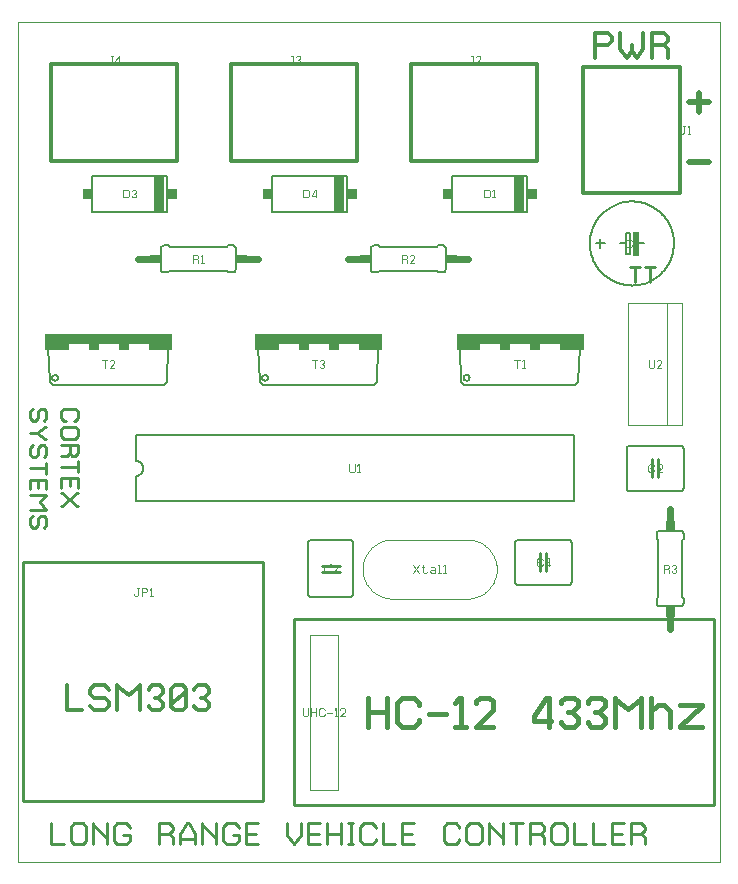
<source format=gto>
G75*
G71*
%OFA0B0*%
%FSLAX23Y23*%
%IPPOS*%
%LPD*%
%ADD10C,0.1*%
%ADD11C,0.111*%
%ADD12C,0.152*%
%ADD13C,0*%
%ADD14C,0.05*%
%ADD15C,0.3*%
%ADD16C,0.254*%
%ADD17C,0.212*%
%ADD18C,0.61*%
%ADD19C,0.294*%
%ADD20C,0.235*%
%ADD21C,0.353*%
%ADD22C,0.47*%
%ADD23C,0.25*%
%ADD24C,0.412*%
%LPD*%D10*
X0Y0D02*
X0Y100D01*
X0Y200D01*
X0Y300D01*
X0Y400D01*
X0Y500D01*
X0Y600D01*
X0Y700D01*
X0Y800D01*
X0Y899D01*
X0Y999D01*
X0Y1099D01*
X0Y1199D01*
X0Y1299D01*
X0Y1399D01*
X0Y1499D01*
X0Y1599D01*
X0Y1699D01*
X0Y1799D01*
X0Y1899D01*
X0Y1999D01*
X0Y2099D01*
X0Y2199D01*
X0Y2299D01*
X0Y2399D01*
X0Y2498D01*
X0Y2598D01*
X0Y2698D01*
X0Y2798D01*
X0Y2898D01*
X0Y2998D01*
X0Y3098D01*
X0Y3198D01*
X0Y3298D01*
X0Y3398D01*
X0Y3498D01*
X0Y3598D01*
X0Y3698D01*
X0Y3798D01*
X0Y3898D01*
X0Y3998D01*
X0Y4098D01*
X0Y4197D01*
X0Y4297D01*
X0Y4397D01*
X0Y4497D01*
X0Y4597D01*
X0Y4697D01*
X0Y4797D01*
X0Y4897D01*
X0Y4997D01*
X0Y5097D01*
X0Y5197D01*
X0Y5297D01*
X0Y5397D01*
X0Y5497D01*
X0Y5597D01*
X0Y5697D01*
X0Y5797D01*
X0Y5896D01*
X0Y5996D01*
X0Y6096D01*
X0Y6196D01*
X0Y6296D01*
X0Y6396D01*
X0Y6496D01*
X0Y6596D01*
X0Y6696D01*
X0Y6796D01*
X0Y6896D01*
X0Y6996D01*
X0Y7096D01*
X0Y7196D01*
X0Y7296D01*
X0Y7396D01*
X0Y7496D01*
X0Y7595D01*
X0Y7695D01*
X0Y7795D01*
X0Y7895D01*
X0Y7995D01*
X0Y8095D01*
X0Y8195D01*
X0Y8295D01*
X0Y8395D01*
X0Y8495D01*
X0Y8595D01*
X0Y8695D01*
X0Y8795D01*
X0Y8895D01*
X0Y8995D01*
X0Y9095D01*
X0Y9195D01*
X0Y9294D01*
X0Y9394D01*
X0Y9494D01*
X0Y9594D01*
X0Y9694D01*
X0Y9794D01*
X0Y9894D01*
X0Y9994D01*
X0Y10094D01*
X0Y10194D01*
X0Y10294D01*
X0Y10394D01*
X0Y10494D01*
X0Y10594D01*
X0Y10694D01*
X0Y10794D01*
X0Y10893D01*
X0Y10993D01*
X0Y11093D01*
X0Y11193D01*
X0Y11293D01*
X0Y11393D01*
X0Y11493D01*
X0Y11593D01*
X0Y11693D01*
X0Y11793D01*
X0Y11893D01*
X0Y11993D01*
X0Y12093D01*
X0Y12193D01*
X0Y12293D01*
X0Y12393D01*
X0Y12493D01*
X0Y12592D01*
X0Y12692D01*
X0Y12792D01*
X0Y12892D01*
X0Y12992D01*
X0Y13092D01*
X0Y13192D01*
X0Y13292D01*
X0Y13392D01*
X0Y13492D01*
X0Y13592D01*
X0Y13692D01*
X0Y13792D01*
X0Y13892D01*
X0Y13992D01*
X0Y14092D01*
X0Y14192D01*
X0Y14291D01*
X0Y14391D01*
X0Y14491D01*
X0Y14591D01*
X0Y14691D01*
X0Y14791D01*
X0Y14891D01*
X0Y14991D01*
X0Y15091D01*
X0Y15191D01*
X0Y15291D01*
X0Y15391D01*
X0Y15491D01*
X0Y15591D01*
X0Y15691D01*
X0Y15791D01*
X0Y15890D01*
X0Y15990D01*
X0Y16090D01*
X0Y16190D01*
X0Y16290D01*
X0Y16390D01*
X0Y16490D01*
X0Y16590D01*
X0Y16690D01*
X0Y16790D01*
X0Y16890D01*
X0Y16990D01*
X0Y17090D01*
X0Y17190D01*
X0Y17290D01*
X0Y17390D01*
X0Y17490D01*
X0Y17589D01*
X0Y17689D01*
X0Y17789D01*
X0Y17889D01*
X0Y17989D01*
X0Y18089D01*
X0Y18189D01*
X0Y18289D01*
X0Y18389D01*
X0Y18489D01*
X0Y18589D01*
X0Y18689D01*
X0Y18789D01*
X0Y18889D01*
X0Y18989D01*
X0Y19089D01*
X0Y19189D01*
X0Y19288D01*
X0Y19388D01*
X0Y19488D01*
X0Y19588D01*
X0Y19688D01*
X0Y19788D01*
X0Y19888D01*
X0Y19988D01*
X0Y20088D01*
X0Y20188D01*
X0Y20288D01*
X0Y20388D01*
X0Y20488D01*
X0Y20588D01*
X0Y20688D01*
X0Y20788D01*
X0Y20888D01*
X0Y20987D01*
X0Y21087D01*
X0Y21187D01*
X0Y21287D01*
X0Y21387D01*
X0Y21487D01*
X0Y21587D01*
X0Y21687D01*
X0Y21787D01*
X0Y21887D01*
X0Y21987D01*
X0Y22087D01*
X0Y22187D01*
X0Y22287D01*
X0Y22387D01*
X0Y22487D01*
X0Y22586D01*
X0Y22686D01*
X0Y22786D01*
X0Y22886D01*
X0Y22986D01*
X0Y23086D01*
X0Y23186D01*
X0Y23286D01*
X0Y23386D01*
X0Y23486D01*
X0Y23586D01*
X0Y23686D01*
X0Y23786D01*
X0Y23886D01*
X0Y23986D01*
X0Y24086D01*
X0Y24186D01*
X0Y24285D01*
X0Y24385D01*
X0Y24485D01*
X0Y24585D01*
X0Y24685D01*
X0Y24785D01*
X0Y24885D01*
X0Y24985D01*
X0Y25085D01*
X0Y25185D01*
X0Y25285D01*
X0Y25385D01*
X0Y25485D01*
X0Y25585D01*
X0Y25685D01*
X0Y25785D01*
X0Y25885D01*
X0Y25984D01*
X0Y26084D01*
X0Y26184D01*
X0Y26284D01*
X0Y26384D01*
X0Y26484D01*
X0Y26584D01*
X0Y26684D01*
X0Y26784D01*
X0Y26884D01*
X0Y26984D01*
X0Y27084D01*
X0Y27184D01*
X0Y27284D01*
X0Y27384D01*
X0Y27484D01*
X0Y27584D01*
X0Y27683D01*
X0Y27783D01*
X0Y27883D01*
X0Y27983D01*
X0Y28083D01*
X0Y28183D01*
X0Y28283D01*
X0Y28383D01*
X0Y28483D01*
X0Y28583D01*
X0Y28683D01*
X0Y28783D01*
X0Y28883D01*
X0Y28983D01*
X0Y29083D01*
X0Y29183D01*
X0Y29282D01*
X0Y29382D01*
X0Y29482D01*
X0Y29582D01*
X0Y29682D01*
X0Y29782D01*
X0Y29882D01*
X0Y29982D01*
X0Y30082D01*
X0Y30182D01*
X0Y30282D01*
X0Y30382D01*
X0Y30482D01*
X0Y30582D01*
X0Y30682D01*
X0Y30782D01*
X0Y30882D01*
X0Y30981D01*
X0Y31081D01*
X0Y31181D01*
X0Y31281D01*
X0Y31381D01*
X0Y31481D01*
X0Y31581D01*
X0Y31681D01*
X0Y31781D01*
X0Y31881D01*
X0Y31981D01*
X0Y32081D01*
X0Y32181D01*
X0Y32281D01*
X0Y32381D01*
X0Y32481D01*
X0Y32581D01*
X0Y32680D01*
X0Y32780D01*
X0Y32880D01*
X0Y32980D01*
X0Y33080D01*
X0Y33180D01*
X0Y33280D01*
X0Y33380D01*
X0Y33480D01*
X0Y33580D01*
X0Y33680D01*
X0Y33780D01*
X0Y33880D01*
X0Y33980D01*
X0Y34080D01*
X0Y34180D01*
X0Y34280D01*
X0Y34379D01*
X0Y34479D01*
X0Y34579D01*
X0Y34679D01*
X0Y34779D01*
X0Y34879D01*
X0Y34979D01*
X0Y35079D01*
X0Y35179D01*
X0Y35279D01*
X0Y35379D01*
X0Y35479D01*
X0Y35579D01*
X0Y35679D01*
X0Y35779D01*
X0Y35879D01*
X0Y35978D01*
X0Y36078D01*
X0Y36178D01*
X0Y36278D01*
X0Y36378D01*
X0Y36478D01*
X0Y36578D01*
X0Y36678D01*
X0Y36778D01*
X0Y36878D01*
X0Y36978D01*
X0Y37078D01*
X0Y37178D01*
X0Y37278D01*
X0Y37378D01*
X0Y37478D01*
X0Y37578D01*
X0Y37677D01*
X0Y37777D01*
X0Y37877D01*
X0Y37977D01*
X0Y38077D01*
X0Y38177D01*
X0Y38277D01*
X0Y38377D01*
X0Y38477D01*
X0Y38577D01*
X0Y38677D01*
X0Y38777D01*
X0Y38877D01*
X0Y38977D01*
X0Y39077D01*
X0Y39177D01*
X0Y39277D01*
X0Y39376D01*
X0Y39476D01*
X0Y39576D01*
X0Y39676D01*
X0Y39776D01*
X0Y39876D01*
X0Y39976D01*
X0Y40076D01*
X0Y40176D01*
X0Y40276D01*
X0Y40376D01*
X0Y40476D01*
X0Y40576D01*
X0Y40676D01*
X0Y40776D01*
X0Y40876D01*
X0Y40976D01*
X0Y41075D01*
X0Y41175D01*
X0Y41275D01*
X0Y41375D01*
X0Y41475D01*
X0Y41575D01*
X0Y41675D01*
X0Y41775D01*
X0Y41875D01*
X0Y41975D01*
X0Y42075D01*
X0Y42175D01*
X0Y42275D01*
X0Y42375D01*
X0Y42475D01*
X0Y42575D01*
X0Y42675D01*
X0Y42774D01*
X0Y42874D01*
X0Y42974D01*
X0Y43074D01*
X0Y43174D01*
X0Y43274D01*
X0Y43374D01*
X0Y43474D01*
X0Y43574D01*
X0Y43674D01*
X0Y43774D01*
X0Y43874D01*
X0Y43974D01*
X0Y44074D01*
X0Y44174D01*
X0Y44274D01*
X0Y44373D01*
X0Y44473D01*
X0Y44573D01*
X0Y44673D01*
X0Y44773D01*
X0Y44873D01*
X0Y44973D01*
X0Y45073D01*
X0Y45173D01*
X0Y45273D01*
X0Y45373D01*
X0Y45473D01*
X0Y45573D01*
X0Y45673D01*
X0Y45773D01*
X0Y45873D01*
X0Y45973D01*
X0Y46072D01*
X0Y46172D01*
X0Y46272D01*
X0Y46372D01*
X0Y46472D01*
X0Y46572D01*
X0Y46672D01*
X0Y46772D01*
X0Y46872D01*
X0Y46972D01*
X0Y47072D01*
X0Y47172D01*
X0Y47272D01*
X0Y47372D01*
X0Y47472D01*
X0Y47572D01*
X0Y47672D01*
X0Y47771D01*
X0Y47871D01*
X0Y47971D01*
X0Y48071D01*
X0Y48171D01*
X0Y48271D01*
X0Y48371D01*
X0Y48471D01*
X0Y48571D01*
X0Y48671D01*
X0Y48771D01*
X0Y48871D01*
X0Y48971D01*
X0Y49071D01*
X0Y49171D01*
X0Y49271D01*
X0Y49371D01*
X0Y49470D01*
X0Y49570D01*
X0Y49670D01*
X0Y49770D01*
X0Y49870D01*
X0Y49970D01*
X0Y50070D01*
X0Y50170D01*
X0Y50270D01*
X0Y50370D01*
X0Y50470D01*
X0Y50570D01*
X0Y50670D01*
X0Y50770D01*
X0Y50870D01*
X0Y50970D01*
X0Y51070D01*
X0Y51169D01*
X0Y51269D01*
X0Y51369D01*
X0Y51469D01*
X0Y51569D01*
X0Y51669D01*
X0Y51769D01*
X0Y51869D01*
X0Y51969D01*
X0Y52069D01*
X0Y52169D01*
X0Y52269D01*
X0Y52369D01*
X0Y52469D01*
X0Y52569D01*
X0Y52669D01*
X0Y52768D01*
X0Y52868D01*
X0Y52968D01*
X0Y53068D01*
X0Y53168D01*
X0Y53268D01*
X0Y53368D01*
X0Y53468D01*
X0Y53568D01*
X0Y53668D01*
X0Y53768D01*
X0Y53868D01*
X0Y53968D01*
X0Y54068D01*
X0Y54168D01*
X0Y54268D01*
X0Y54368D01*
X0Y54467D01*
X0Y54567D01*
X0Y54667D01*
X0Y54767D01*
X0Y54867D01*
X0Y54967D01*
X0Y55067D01*
X0Y55167D01*
X0Y55267D01*
X0Y55367D01*
X0Y55467D01*
X0Y55567D01*
X0Y55667D01*
X0Y55767D01*
X0Y55867D01*
X0Y55967D01*
X0Y56067D01*
X0Y56166D01*
X0Y56266D01*
X0Y56366D01*
X0Y56466D01*
X0Y56566D01*
X0Y56666D01*
X0Y56766D01*
X0Y56866D01*
X0Y56966D01*
X0Y57066D01*
X0Y57166D01*
X0Y57266D01*
X0Y57366D01*
X0Y57466D01*
X0Y57566D01*
X0Y57666D01*
X0Y57766D01*
X0Y57865D01*
X0Y57965D01*
X0Y58065D01*
X0Y58165D01*
X0Y58265D01*
X0Y58365D01*
X0Y58465D01*
X0Y58565D01*
X0Y58665D01*
X0Y58765D01*
X0Y58865D01*
X0Y58965D01*
X0Y59065D01*
X0Y59165D01*
X0Y59265D01*
X0Y59365D01*
X0Y59465D01*
X0Y59564D01*
X0Y59664D01*
X0Y59764D01*
X0Y59864D01*
X0Y59964D01*
X0Y60064D01*
X0Y60164D01*
X0Y60264D01*
X0Y60364D01*
X0Y60464D01*
X0Y60564D01*
X0Y60664D01*
X0Y60764D01*
X0Y60864D01*
X0Y60964D01*
X0Y61064D01*
X0Y61164D01*
X0Y61263D01*
X0Y61363D01*
X0Y61463D01*
X0Y61563D01*
X0Y61663D01*
X0Y61763D01*
X0Y61863D01*
X0Y61963D01*
X0Y62063D01*
X0Y62163D01*
X0Y62263D01*
X0Y62363D01*
X0Y62463D01*
X0Y62563D01*
X0Y62663D01*
X0Y62763D01*
X0Y62863D01*
X0Y62962D01*
X0Y63062D01*
X0Y63162D01*
X0Y63262D01*
X0Y63362D01*
X0Y63462D01*
X0Y63562D01*
X0Y63662D01*
X0Y63762D01*
X0Y63862D01*
X0Y63962D01*
X0Y64062D01*
X0Y64162D01*
X0Y64262D01*
X0Y64362D01*
X0Y64462D01*
X0Y64562D01*
X0Y64661D01*
X0Y64761D01*
X0Y64861D01*
X0Y64961D01*
X0Y65061D01*
X0Y65161D01*
X0Y65261D01*
X0Y65361D01*
X0Y65461D01*
X0Y65561D01*
X0Y65661D01*
X0Y65761D01*
X0Y65861D01*
X0Y65961D01*
X0Y66061D01*
X0Y66161D01*
X0Y66261D01*
X0Y66360D01*
X0Y66460D01*
X0Y66560D01*
X0Y66660D01*
X0Y66760D01*
X0Y66860D01*
X0Y66960D01*
X0Y67060D01*
X0Y67160D01*
X0Y67260D01*
X0Y67360D01*
X0Y67460D01*
X0Y67560D01*
X0Y67660D01*
X0Y67760D01*
X0Y67860D01*
X0Y67960D01*
X0Y68059D01*
X0Y68159D01*
X0Y68259D01*
X0Y68359D01*
X0Y68459D01*
X0Y68559D01*
X0Y68659D01*
X0Y68759D01*
X0Y68859D01*
X0Y68959D01*
X0Y69059D01*
X0Y69159D01*
X0Y69259D01*
X0Y69359D01*
X0Y69459D01*
X0Y69559D01*
X0Y69659D01*
X0Y69758D01*
X0Y69858D01*
X0Y69958D01*
X0Y70058D01*
X0Y70158D01*
X0Y70258D01*
X0Y70358D01*
X0Y70458D01*
X0Y70558D01*
X0Y70658D01*
X0Y70758D01*
X0Y70858D01*
X0Y70958D01*
X0Y71058D01*
X0Y71158D01*
X100Y71158D01*
X200Y71158D01*
X300Y71158D01*
X400Y71158D01*
X500Y71158D01*
X599Y71158D01*
X699Y71158D01*
X799Y71158D01*
X899Y71158D01*
X999Y71158D01*
X1099Y71158D01*
X1199Y71158D01*
X1299Y71158D01*
X1399Y71158D01*
X1499Y71158D01*
X1598Y71158D01*
X1698Y71158D01*
X1798Y71158D01*
X1898Y71158D01*
X1998Y71158D01*
X2098Y71158D01*
X2198Y71158D01*
X2298Y71158D01*
X2398Y71158D01*
X2498Y71158D01*
X2597Y71158D01*
X2697Y71158D01*
X2797Y71158D01*
X2897Y71158D01*
X2997Y71158D01*
X3097Y71158D01*
X3197Y71158D01*
X3297Y71158D01*
X3397Y71158D01*
X3497Y71158D01*
X3596Y71158D01*
X3696Y71158D01*
X3796Y71158D01*
X3896Y71158D01*
X3996Y71158D01*
X4096Y71158D01*
X4196Y71158D01*
X4296Y71158D01*
X4396Y71158D01*
X4496Y71158D01*
X4595Y71158D01*
X4695Y71158D01*
X4795Y71158D01*
X4895Y71158D01*
X4995Y71158D01*
X5095Y71158D01*
X5195Y71158D01*
X5295Y71158D01*
X5395Y71158D01*
X5495Y71158D01*
X5594Y71158D01*
X5694Y71158D01*
X5794Y71158D01*
X5894Y71158D01*
X5994Y71158D01*
X6094Y71158D01*
X6194Y71158D01*
X6294Y71158D01*
X6394Y71158D01*
X6494Y71158D01*
X6593Y71158D01*
X6693Y71158D01*
X6793Y71158D01*
X6893Y71158D01*
X6993Y71158D01*
X7093Y71158D01*
X7193Y71158D01*
X7293Y71158D01*
X7393Y71158D01*
X7493Y71158D01*
X7592Y71158D01*
X7692Y71158D01*
X7792Y71158D01*
X7892Y71158D01*
X7992Y71158D01*
X8092Y71158D01*
X8192Y71158D01*
X8292Y71158D01*
X8392Y71158D01*
X8492Y71158D01*
X8591Y71158D01*
X8691Y71158D01*
X8791Y71158D01*
X8891Y71158D01*
X8991Y71158D01*
X9091Y71158D01*
X9191Y71158D01*
X9291Y71158D01*
X9391Y71158D01*
X9491Y71158D01*
X9590Y71158D01*
X9690Y71158D01*
X9790Y71158D01*
X9890Y71158D01*
X9990Y71158D01*
X10090Y71158D01*
X10190Y71158D01*
X10290Y71158D01*
X10390Y71158D01*
X10490Y71158D01*
X10589Y71158D01*
X10689Y71158D01*
X10789Y71158D01*
X10889Y71158D01*
X10989Y71158D01*
X11089Y71158D01*
X11189Y71158D01*
X11289Y71158D01*
X11389Y71158D01*
X11489Y71158D01*
X11589Y71158D01*
X11688Y71158D01*
X11788Y71158D01*
X11888Y71158D01*
X11988Y71158D01*
X12088Y71158D01*
X12188Y71158D01*
X12288Y71158D01*
X12388Y71158D01*
X12488Y71158D01*
X12588Y71158D01*
X12687Y71158D01*
X12787Y71158D01*
X12887Y71158D01*
X12987Y71158D01*
X13087Y71158D01*
X13187Y71158D01*
X13287Y71158D01*
X13387Y71158D01*
X13487Y71158D01*
X13587Y71158D01*
X13686Y71158D01*
X13786Y71158D01*
X13886Y71158D01*
X13986Y71158D01*
X14086Y71158D01*
X14186Y71158D01*
X14286Y71158D01*
X14386Y71158D01*
X14486Y71158D01*
X14586Y71158D01*
X14685Y71158D01*
X14785Y71158D01*
X14885Y71158D01*
X14985Y71158D01*
X15085Y71158D01*
X15185Y71158D01*
X15285Y71158D01*
X15385Y71158D01*
X15485Y71158D01*
X15585Y71158D01*
X15684Y71158D01*
X15784Y71158D01*
X15884Y71158D01*
X15984Y71158D01*
X16084Y71158D01*
X16184Y71158D01*
X16284Y71158D01*
X16384Y71158D01*
X16484Y71158D01*
X16584Y71158D01*
X16683Y71158D01*
X16783Y71158D01*
X16883Y71158D01*
X16983Y71158D01*
X17083Y71158D01*
X17183Y71158D01*
X17283Y71158D01*
X17383Y71158D01*
X17483Y71158D01*
X17583Y71158D01*
X17682Y71158D01*
X17782Y71158D01*
X17882Y71158D01*
X17982Y71158D01*
X18082Y71158D01*
X18182Y71158D01*
X18282Y71158D01*
X18382Y71158D01*
X18482Y71158D01*
X18582Y71158D01*
X18681Y71158D01*
X18781Y71158D01*
X18881Y71158D01*
X18981Y71158D01*
X19081Y71158D01*
X19181Y71158D01*
X19281Y71158D01*
X19381Y71158D01*
X19481Y71158D01*
X19581Y71158D01*
X19680Y71158D01*
X19780Y71158D01*
X19880Y71158D01*
X19980Y71158D01*
X20080Y71158D01*
X20180Y71158D01*
X20280Y71158D01*
X20380Y71158D01*
X20480Y71158D01*
X20580Y71158D01*
X20679Y71158D01*
X20779Y71158D01*
X20879Y71158D01*
X20979Y71158D01*
X21079Y71158D01*
X21179Y71158D01*
X21279Y71158D01*
X21379Y71158D01*
X21479Y71158D01*
X21579Y71158D01*
X21679Y71158D01*
X21778Y71158D01*
X21878Y71158D01*
X21978Y71158D01*
X22078Y71158D01*
X22178Y71158D01*
X22278Y71158D01*
X22378Y71158D01*
X22478Y71158D01*
X22578Y71158D01*
X22678Y71158D01*
X22777Y71158D01*
X22877Y71158D01*
X22977Y71158D01*
X23077Y71158D01*
X23177Y71158D01*
X23277Y71158D01*
X23377Y71158D01*
X23477Y71158D01*
X23577Y71158D01*
X23677Y71158D01*
X23776Y71158D01*
X23876Y71158D01*
X23976Y71158D01*
X24076Y71158D01*
X24176Y71158D01*
X24276Y71158D01*
X24376Y71158D01*
X24476Y71158D01*
X24576Y71158D01*
X24676Y71158D01*
X24775Y71158D01*
X24875Y71158D01*
X24975Y71158D01*
X25075Y71158D01*
X25175Y71158D01*
X25275Y71158D01*
X25375Y71158D01*
X25475Y71158D01*
X25575Y71158D01*
X25675Y71158D01*
X25774Y71158D01*
X25874Y71158D01*
X25974Y71158D01*
X26074Y71158D01*
X26174Y71158D01*
X26274Y71158D01*
X26374Y71158D01*
X26474Y71158D01*
X26574Y71158D01*
X26674Y71158D01*
X26773Y71158D01*
X26873Y71158D01*
X26973Y71158D01*
X27073Y71158D01*
X27173Y71158D01*
X27273Y71158D01*
X27373Y71158D01*
X27473Y71158D01*
X27573Y71158D01*
X27673Y71158D01*
X27772Y71158D01*
X27872Y71158D01*
X27972Y71158D01*
X28072Y71158D01*
X28172Y71158D01*
X28272Y71158D01*
X28372Y71158D01*
X28472Y71158D01*
X28572Y71158D01*
X28672Y71158D01*
X28771Y71158D01*
X28871Y71158D01*
X28971Y71158D01*
X29071Y71158D01*
X29171Y71158D01*
X29271Y71158D01*
X29371Y71158D01*
X29471Y71158D01*
X29571Y71158D01*
X29671Y71158D01*
X29770Y71158D01*
X29870Y71158D01*
X29970Y71158D01*
X30070Y71158D01*
X30170Y71158D01*
X30270Y71158D01*
X30370Y71158D01*
X30470Y71158D01*
X30570Y71158D01*
X30670Y71158D01*
X30770Y71158D01*
X30869Y71158D01*
X30969Y71158D01*
X31069Y71158D01*
X31169Y71158D01*
X31269Y71158D01*
X31369Y71158D01*
X31469Y71158D01*
X31569Y71158D01*
X31669Y71158D01*
X31769Y71158D01*
X31868Y71158D01*
X31968Y71158D01*
X32068Y71158D01*
X32168Y71158D01*
X32268Y71158D01*
X32368Y71158D01*
X32468Y71158D01*
X32568Y71158D01*
X32668Y71158D01*
X32768Y71158D01*
X32867Y71158D01*
X32967Y71158D01*
X33067Y71158D01*
X33167Y71158D01*
X33267Y71158D01*
X33367Y71158D01*
X33467Y71158D01*
X33567Y71158D01*
X33667Y71158D01*
X33767Y71158D01*
X33866Y71158D01*
X33966Y71158D01*
X34066Y71158D01*
X34166Y71158D01*
X34266Y71158D01*
X34366Y71158D01*
X34466Y71158D01*
X34566Y71158D01*
X34666Y71158D01*
X34766Y71158D01*
X34865Y71158D01*
X34965Y71158D01*
X35065Y71158D01*
X35165Y71158D01*
X35265Y71158D01*
X35365Y71158D01*
X35465Y71158D01*
X35565Y71158D01*
X35665Y71158D01*
X35765Y71158D01*
X35864Y71158D01*
X35964Y71158D01*
X36064Y71158D01*
X36164Y71158D01*
X36264Y71158D01*
X36364Y71158D01*
X36464Y71158D01*
X36564Y71158D01*
X36664Y71158D01*
X36764Y71158D01*
X36863Y71158D01*
X36963Y71158D01*
X37063Y71158D01*
X37163Y71158D01*
X37263Y71158D01*
X37363Y71158D01*
X37463Y71158D01*
X37563Y71158D01*
X37663Y71158D01*
X37763Y71158D01*
X37862Y71158D01*
X37962Y71158D01*
X38062Y71158D01*
X38162Y71158D01*
X38262Y71158D01*
X38362Y71158D01*
X38462Y71158D01*
X38562Y71158D01*
X38662Y71158D01*
X38762Y71158D01*
X38862Y71158D01*
X38961Y71158D01*
X39061Y71158D01*
X39161Y71158D01*
X39261Y71158D01*
X39361Y71158D01*
X39461Y71158D01*
X39561Y71158D01*
X39661Y71158D01*
X39761Y71158D01*
X39861Y71158D01*
X39960Y71158D01*
X40060Y71158D01*
X40160Y71158D01*
X40260Y71158D01*
X40360Y71158D01*
X40460Y71158D01*
X40560Y71158D01*
X40660Y71158D01*
X40760Y71158D01*
X40860Y71158D01*
X40959Y71158D01*
X41059Y71158D01*
X41159Y71158D01*
X41259Y71158D01*
X41359Y71158D01*
X41459Y71158D01*
X41559Y71158D01*
X41659Y71158D01*
X41759Y71158D01*
X41859Y71158D01*
X41958Y71158D01*
X42058Y71158D01*
X42158Y71158D01*
X42258Y71158D01*
X42358Y71158D01*
X42458Y71158D01*
X42558Y71158D01*
X42658Y71158D01*
X42758Y71158D01*
X42858Y71158D01*
X42957Y71158D01*
X43057Y71158D01*
X43157Y71158D01*
X43257Y71158D01*
X43357Y71158D01*
X43457Y71158D01*
X43557Y71158D01*
X43657Y71158D01*
X43757Y71158D01*
X43857Y71158D01*
X43956Y71158D01*
X44056Y71158D01*
X44156Y71158D01*
X44256Y71158D01*
X44356Y71158D01*
X44456Y71158D01*
X44556Y71158D01*
X44656Y71158D01*
X44756Y71158D01*
X44856Y71158D01*
X44955Y71158D01*
X45055Y71158D01*
X45155Y71158D01*
X45255Y71158D01*
X45355Y71158D01*
X45455Y71158D01*
X45555Y71158D01*
X45655Y71158D01*
X45755Y71158D01*
X45855Y71158D01*
X45955Y71158D01*
X46054Y71158D01*
X46154Y71158D01*
X46254Y71158D01*
X46354Y71158D01*
X46454Y71158D01*
X46554Y71158D01*
X46654Y71158D01*
X46754Y71158D01*
X46854Y71158D01*
X46954Y71158D01*
X47053Y71158D01*
X47153Y71158D01*
X47253Y71158D01*
X47353Y71158D01*
X47453Y71158D01*
X47553Y71158D01*
X47653Y71158D01*
X47753Y71158D01*
X47853Y71158D01*
X47953Y71158D01*
X48052Y71158D01*
X48152Y71158D01*
X48252Y71158D01*
X48352Y71158D01*
X48452Y71158D01*
X48552Y71158D01*
X48652Y71158D01*
X48752Y71158D01*
X48852Y71158D01*
X48952Y71158D01*
X49051Y71158D01*
X49151Y71158D01*
X49251Y71158D01*
X49351Y71158D01*
X49451Y71158D01*
X49551Y71158D01*
X49651Y71158D01*
X49751Y71158D01*
X49851Y71158D01*
X49951Y71158D01*
X50050Y71158D01*
X50150Y71158D01*
X50250Y71158D01*
X50350Y71158D01*
X50450Y71158D01*
X50550Y71158D01*
X50650Y71158D01*
X50750Y71158D01*
X50850Y71158D01*
X50950Y71158D01*
X51049Y71158D01*
X51149Y71158D01*
X51249Y71158D01*
X51349Y71158D01*
X51449Y71158D01*
X51549Y71158D01*
X51649Y71158D01*
X51749Y71158D01*
X51849Y71158D01*
X51949Y71158D01*
X52049Y71158D01*
X52148Y71158D01*
X52248Y71158D01*
X52348Y71158D01*
X52448Y71158D01*
X52548Y71158D01*
X52648Y71158D01*
X52748Y71158D01*
X52848Y71158D01*
X52948Y71158D01*
X53048Y71158D01*
X53147Y71158D01*
X53247Y71158D01*
X53347Y71158D01*
X53447Y71158D01*
X53547Y71158D01*
X53647Y71158D01*
X53747Y71158D01*
X53847Y71158D01*
X53947Y71158D01*
X54047Y71158D01*
X54146Y71158D01*
X54246Y71158D01*
X54346Y71158D01*
X54446Y71158D01*
X54546Y71158D01*
X54646Y71158D01*
X54746Y71158D01*
X54846Y71158D01*
X54946Y71158D01*
X55046Y71158D01*
X55145Y71158D01*
X55245Y71158D01*
X55345Y71158D01*
X55445Y71158D01*
X55545Y71158D01*
X55645Y71158D01*
X55745Y71158D01*
X55845Y71158D01*
X55945Y71158D01*
X56045Y71158D01*
X56144Y71158D01*
X56244Y71158D01*
X56344Y71158D01*
X56444Y71158D01*
X56544Y71158D01*
X56644Y71158D01*
X56744Y71158D01*
X56844Y71158D01*
X56944Y71158D01*
X57044Y71158D01*
X57144Y71158D01*
X57243Y71158D01*
X57343Y71158D01*
X57443Y71158D01*
X57543Y71158D01*
X57643Y71158D01*
X57743Y71158D01*
X57843Y71158D01*
X57943Y71158D01*
X58043Y71158D01*
X58143Y71158D01*
X58242Y71158D01*
X58342Y71158D01*
X58442Y71158D01*
X58542Y71158D01*
X58642Y71158D01*
X58742Y71158D01*
X58842Y71158D01*
X58942Y71158D01*
X59042Y71158D01*
X59142Y71158D01*
X59242Y71158D01*
X59341Y71158D01*
X59441Y71158D01*
X59441Y71058D01*
X59441Y70958D01*
X59441Y70858D01*
X59441Y70758D01*
X59441Y70658D01*
X59441Y70558D01*
X59441Y70458D01*
X59441Y70358D01*
X59441Y70258D01*
X59441Y70158D01*
X59441Y70058D01*
X59441Y69958D01*
X59441Y69859D01*
X59441Y69759D01*
X59441Y69659D01*
X59441Y69559D01*
X59441Y69459D01*
X59441Y69359D01*
X59441Y69259D01*
X59441Y69159D01*
X59441Y69059D01*
X59441Y68959D01*
X59441Y68859D01*
X59441Y68759D01*
X59441Y68659D01*
X59441Y68559D01*
X59441Y68459D01*
X59441Y68359D01*
X59441Y68259D01*
X59441Y68160D01*
X59441Y68060D01*
X59441Y67960D01*
X59441Y67860D01*
X59441Y67760D01*
X59441Y67660D01*
X59441Y67560D01*
X59441Y67460D01*
X59441Y67360D01*
X59441Y67260D01*
X59441Y67160D01*
X59441Y67060D01*
X59441Y66960D01*
X59441Y66860D01*
X59441Y66760D01*
X59441Y66660D01*
X59441Y66561D01*
X59441Y66461D01*
X59441Y66361D01*
X59441Y66261D01*
X59441Y66161D01*
X59441Y66061D01*
X59441Y65961D01*
X59441Y65861D01*
X59441Y65761D01*
X59441Y65661D01*
X59441Y65561D01*
X59441Y65461D01*
X59441Y65361D01*
X59441Y65261D01*
X59441Y65161D01*
X59441Y65061D01*
X59441Y64961D01*
X59441Y64862D01*
X59441Y64762D01*
X59441Y64662D01*
X59441Y64562D01*
X59441Y64462D01*
X59441Y64362D01*
X59441Y64262D01*
X59441Y64162D01*
X59441Y64062D01*
X59441Y63962D01*
X59441Y63862D01*
X59441Y63762D01*
X59441Y63662D01*
X59441Y63562D01*
X59441Y63462D01*
X59441Y63362D01*
X59441Y63262D01*
X59441Y63163D01*
X59441Y63063D01*
X59441Y62963D01*
X59441Y62863D01*
X59441Y62763D01*
X59441Y62663D01*
X59441Y62563D01*
X59441Y62463D01*
X59441Y62363D01*
X59441Y62263D01*
X59441Y62163D01*
X59441Y62063D01*
X59441Y61963D01*
X59441Y61863D01*
X59441Y61763D01*
X59441Y61663D01*
X59441Y61564D01*
X59441Y61464D01*
X59441Y61364D01*
X59441Y61264D01*
X59441Y61164D01*
X59441Y61064D01*
X59441Y60964D01*
X59441Y60864D01*
X59441Y60764D01*
X59441Y60664D01*
X59441Y60564D01*
X59441Y60464D01*
X59441Y60364D01*
X59441Y60264D01*
X59441Y60164D01*
X59441Y60064D01*
X59441Y59964D01*
X59441Y59865D01*
X59441Y59765D01*
X59441Y59665D01*
X59441Y59565D01*
X59441Y59465D01*
X59441Y59365D01*
X59441Y59265D01*
X59441Y59165D01*
X59441Y59065D01*
X59441Y58965D01*
X59441Y58865D01*
X59441Y58765D01*
X59441Y58665D01*
X59441Y58565D01*
X59441Y58465D01*
X59441Y58365D01*
X59441Y58265D01*
X59441Y58166D01*
X59441Y58066D01*
X59441Y57966D01*
X59441Y57866D01*
X59441Y57766D01*
X59441Y57666D01*
X59441Y57566D01*
X59441Y57466D01*
X59441Y57366D01*
X59441Y57266D01*
X59441Y57166D01*
X59441Y57066D01*
X59441Y56966D01*
X59441Y56866D01*
X59441Y56766D01*
X59441Y56666D01*
X59441Y56566D01*
X59441Y56467D01*
X59441Y56367D01*
X59441Y56267D01*
X59441Y56167D01*
X59441Y56067D01*
X59441Y55967D01*
X59441Y55867D01*
X59441Y55767D01*
X59441Y55667D01*
X59441Y55567D01*
X59441Y55467D01*
X59441Y55367D01*
X59441Y55267D01*
X59441Y55167D01*
X59441Y55067D01*
X59441Y54967D01*
X59441Y54868D01*
X59441Y54768D01*
X59441Y54668D01*
X59441Y54568D01*
X59441Y54468D01*
X59441Y54368D01*
X59441Y54268D01*
X59441Y54168D01*
X59441Y54068D01*
X59441Y53968D01*
X59441Y53868D01*
X59441Y53768D01*
X59441Y53668D01*
X59441Y53568D01*
X59441Y53468D01*
X59441Y53368D01*
X59441Y53268D01*
X59441Y53169D01*
X59441Y53069D01*
X59441Y52969D01*
X59441Y52869D01*
X59441Y52769D01*
X59441Y52669D01*
X59441Y52569D01*
X59441Y52469D01*
X59441Y52369D01*
X59441Y52269D01*
X59441Y52169D01*
X59441Y52069D01*
X59441Y51969D01*
X59441Y51869D01*
X59441Y51769D01*
X59441Y51669D01*
X59441Y51569D01*
X59441Y51470D01*
X59441Y51370D01*
X59441Y51270D01*
X59441Y51170D01*
X59441Y51070D01*
X59441Y50970D01*
X59441Y50870D01*
X59441Y50770D01*
X59441Y50670D01*
X59441Y50570D01*
X59441Y50470D01*
X59441Y50370D01*
X59441Y50270D01*
X59441Y50170D01*
X59441Y50070D01*
X59441Y49970D01*
X59441Y49871D01*
X59441Y49771D01*
X59441Y49671D01*
X59441Y49571D01*
X59441Y49471D01*
X59441Y49371D01*
X59441Y49271D01*
X59441Y49171D01*
X59441Y49071D01*
X59441Y48971D01*
X59441Y48871D01*
X59441Y48771D01*
X59441Y48671D01*
X59441Y48571D01*
X59441Y48471D01*
X59441Y48371D01*
X59441Y48271D01*
X59441Y48172D01*
X59441Y48072D01*
X59441Y47972D01*
X59441Y47872D01*
X59441Y47772D01*
X59441Y47672D01*
X59441Y47572D01*
X59441Y47472D01*
X59441Y47372D01*
X59441Y47272D01*
X59441Y47172D01*
X59441Y47072D01*
X59441Y46972D01*
X59441Y46872D01*
X59441Y46772D01*
X59441Y46672D01*
X59441Y46572D01*
X59441Y46473D01*
X59441Y46373D01*
X59441Y46273D01*
X59441Y46173D01*
X59441Y46073D01*
X59441Y45973D01*
X59441Y45873D01*
X59441Y45773D01*
X59441Y45673D01*
X59441Y45573D01*
X59441Y45473D01*
X59441Y45373D01*
X59441Y45273D01*
X59441Y45173D01*
X59441Y45073D01*
X59441Y44973D01*
X59441Y44873D01*
X59441Y44774D01*
X59441Y44674D01*
X59441Y44574D01*
X59441Y44474D01*
X59441Y44374D01*
X59441Y44274D01*
X59441Y44174D01*
X59441Y44074D01*
X59441Y43974D01*
X59441Y43874D01*
X59441Y43774D01*
X59441Y43674D01*
X59441Y43574D01*
X59441Y43474D01*
X59441Y43374D01*
X59441Y43274D01*
X59441Y43175D01*
X59441Y43075D01*
X59441Y42975D01*
X59441Y42875D01*
X59441Y42775D01*
X59441Y42675D01*
X59441Y42575D01*
X59441Y42475D01*
X59441Y42375D01*
X59441Y42275D01*
X59441Y42175D01*
X59441Y42075D01*
X59441Y41975D01*
X59441Y41875D01*
X59441Y41775D01*
X59441Y41675D01*
X59441Y41575D01*
X59441Y41476D01*
X59441Y41376D01*
X59441Y41276D01*
X59441Y41176D01*
X59441Y41076D01*
X59441Y40976D01*
X59441Y40876D01*
X59441Y40776D01*
X59441Y40676D01*
X59441Y40576D01*
X59441Y40476D01*
X59441Y40376D01*
X59441Y40276D01*
X59441Y40176D01*
X59441Y40076D01*
X59441Y39976D01*
X59441Y39876D01*
X59441Y39777D01*
X59441Y39677D01*
X59441Y39577D01*
X59441Y39477D01*
X59441Y39377D01*
X59441Y39277D01*
X59441Y39177D01*
X59441Y39077D01*
X59441Y38977D01*
X59441Y38877D01*
X59441Y38777D01*
X59441Y38677D01*
X59441Y38577D01*
X59441Y38477D01*
X59441Y38377D01*
X59441Y38277D01*
X59441Y38177D01*
X59441Y38078D01*
X59441Y37978D01*
X59441Y37878D01*
X59441Y37778D01*
X59441Y37678D01*
X59441Y37578D01*
X59441Y37478D01*
X59441Y37378D01*
X59441Y37278D01*
X59441Y37178D01*
X59441Y37078D01*
X59441Y36978D01*
X59441Y36878D01*
X59441Y36778D01*
X59441Y36678D01*
X59441Y36578D01*
X59441Y36478D01*
X59441Y36379D01*
X59441Y36279D01*
X59441Y36179D01*
X59441Y36079D01*
X59441Y35979D01*
X59441Y35879D01*
X59441Y35779D01*
X59441Y35679D01*
X59441Y35579D01*
X59441Y35479D01*
X59441Y35379D01*
X59441Y35279D01*
X59441Y35179D01*
X59441Y35079D01*
X59441Y34979D01*
X59441Y34879D01*
X59441Y34780D01*
X59441Y34680D01*
X59441Y34580D01*
X59441Y34480D01*
X59441Y34380D01*
X59441Y34280D01*
X59441Y34180D01*
X59441Y34080D01*
X59441Y33980D01*
X59441Y33880D01*
X59441Y33780D01*
X59441Y33680D01*
X59441Y33580D01*
X59441Y33480D01*
X59441Y33380D01*
X59441Y33280D01*
X59441Y33180D01*
X59441Y33081D01*
X59441Y32981D01*
X59441Y32881D01*
X59441Y32781D01*
X59441Y32681D01*
X59441Y32581D01*
X59441Y32481D01*
X59441Y32381D01*
X59441Y32281D01*
X59441Y32181D01*
X59441Y32081D01*
X59441Y31981D01*
X59441Y31881D01*
X59441Y31781D01*
X59441Y31681D01*
X59441Y31581D01*
X59441Y31481D01*
X59441Y31382D01*
X59441Y31282D01*
X59441Y31182D01*
X59441Y31082D01*
X59441Y30982D01*
X59441Y30882D01*
X59441Y30782D01*
X59441Y30682D01*
X59441Y30582D01*
X59441Y30482D01*
X59441Y30382D01*
X59441Y30282D01*
X59441Y30182D01*
X59441Y30082D01*
X59441Y29982D01*
X59441Y29882D01*
X59441Y29782D01*
X59441Y29683D01*
X59441Y29583D01*
X59441Y29483D01*
X59441Y29383D01*
X59441Y29283D01*
X59441Y29183D01*
X59441Y29083D01*
X59441Y28983D01*
X59441Y28883D01*
X59441Y28783D01*
X59441Y28683D01*
X59441Y28583D01*
X59441Y28483D01*
X59441Y28383D01*
X59441Y28283D01*
X59441Y28183D01*
X59441Y28083D01*
X59441Y27984D01*
X59441Y27884D01*
X59441Y27784D01*
X59441Y27684D01*
X59441Y27584D01*
X59441Y27484D01*
X59441Y27384D01*
X59441Y27284D01*
X59441Y27184D01*
X59441Y27084D01*
X59441Y26984D01*
X59441Y26884D01*
X59441Y26784D01*
X59441Y26684D01*
X59441Y26584D01*
X59441Y26484D01*
X59441Y26385D01*
X59441Y26285D01*
X59441Y26185D01*
X59441Y26085D01*
X59441Y25985D01*
X59441Y25885D01*
X59441Y25785D01*
X59441Y25685D01*
X59441Y25585D01*
X59441Y25485D01*
X59441Y25385D01*
X59441Y25285D01*
X59441Y25185D01*
X59441Y25085D01*
X59441Y24985D01*
X59441Y24885D01*
X59441Y24785D01*
X59441Y24686D01*
X59441Y24586D01*
X59441Y24486D01*
X59441Y24386D01*
X59441Y24286D01*
X59441Y24186D01*
X59441Y24086D01*
X59441Y23986D01*
X59441Y23886D01*
X59441Y23786D01*
X59441Y23686D01*
X59441Y23586D01*
X59441Y23486D01*
X59441Y23386D01*
X59441Y23286D01*
X59441Y23186D01*
X59441Y23086D01*
X59441Y22987D01*
X59441Y22887D01*
X59441Y22787D01*
X59441Y22687D01*
X59441Y22587D01*
X59441Y22487D01*
X59441Y22387D01*
X59441Y22287D01*
X59441Y22187D01*
X59441Y22087D01*
X59441Y21987D01*
X59441Y21887D01*
X59441Y21787D01*
X59441Y21687D01*
X59441Y21587D01*
X59441Y21487D01*
X59441Y21387D01*
X59441Y21288D01*
X59441Y21188D01*
X59441Y21088D01*
X59441Y20988D01*
X59441Y20888D01*
X59441Y20788D01*
X59441Y20688D01*
X59441Y20588D01*
X59441Y20488D01*
X59441Y20388D01*
X59441Y20288D01*
X59441Y20188D01*
X59441Y20088D01*
X59441Y19988D01*
X59441Y19888D01*
X59441Y19788D01*
X59441Y19688D01*
X59441Y19589D01*
X59441Y19489D01*
X59441Y19389D01*
X59441Y19289D01*
X59441Y19189D01*
X59441Y19089D01*
X59441Y18989D01*
X59441Y18889D01*
X59441Y18789D01*
X59441Y18689D01*
X59441Y18589D01*
X59441Y18489D01*
X59441Y18389D01*
X59441Y18289D01*
X59441Y18189D01*
X59441Y18089D01*
X59441Y17990D01*
X59441Y17890D01*
X59441Y17790D01*
X59441Y17690D01*
X59441Y17590D01*
X59441Y17490D01*
X59441Y17390D01*
X59441Y17290D01*
X59441Y17190D01*
X59441Y17090D01*
X59441Y16990D01*
X59441Y16890D01*
X59441Y16790D01*
X59441Y16690D01*
X59441Y16590D01*
X59441Y16490D01*
X59441Y16390D01*
X59441Y16291D01*
X59441Y16191D01*
X59441Y16091D01*
X59441Y15991D01*
X59441Y15891D01*
X59441Y15791D01*
X59441Y15691D01*
X59441Y15591D01*
X59441Y15491D01*
X59441Y15391D01*
X59441Y15291D01*
X59441Y15191D01*
X59441Y15091D01*
X59441Y14991D01*
X59441Y14891D01*
X59441Y14791D01*
X59441Y14691D01*
X59441Y14592D01*
X59441Y14492D01*
X59441Y14392D01*
X59441Y14292D01*
X59441Y14192D01*
X59441Y14092D01*
X59441Y13992D01*
X59441Y13892D01*
X59441Y13792D01*
X59441Y13692D01*
X59441Y13592D01*
X59441Y13492D01*
X59441Y13392D01*
X59441Y13292D01*
X59441Y13192D01*
X59441Y13092D01*
X59441Y12992D01*
X59441Y12893D01*
X59441Y12793D01*
X59441Y12693D01*
X59441Y12593D01*
X59441Y12493D01*
X59441Y12393D01*
X59441Y12293D01*
X59441Y12193D01*
X59441Y12093D01*
X59441Y11993D01*
X59441Y11893D01*
X59441Y11793D01*
X59441Y11693D01*
X59441Y11593D01*
X59441Y11493D01*
X59441Y11393D01*
X59441Y11293D01*
X59441Y11194D01*
X59441Y11094D01*
X59441Y10994D01*
X59441Y10894D01*
X59441Y10794D01*
X59441Y10694D01*
X59441Y10594D01*
X59441Y10494D01*
X59441Y10394D01*
X59441Y10294D01*
X59441Y10194D01*
X59441Y10094D01*
X59441Y9994D01*
X59441Y9894D01*
X59441Y9794D01*
X59441Y9694D01*
X59441Y9594D01*
X59441Y9495D01*
X59441Y9395D01*
X59441Y9295D01*
X59441Y9195D01*
X59441Y9095D01*
X59441Y8995D01*
X59441Y8895D01*
X59441Y8795D01*
X59441Y8695D01*
X59441Y8595D01*
X59441Y8495D01*
X59441Y8395D01*
X59441Y8295D01*
X59441Y8195D01*
X59441Y8095D01*
X59441Y7995D01*
X59441Y7895D01*
X59441Y7796D01*
X59441Y7696D01*
X59441Y7596D01*
X59441Y7496D01*
X59441Y7396D01*
X59441Y7296D01*
X59441Y7196D01*
X59441Y7096D01*
X59441Y6996D01*
X59441Y6896D01*
X59441Y6796D01*
X59441Y6696D01*
X59441Y6596D01*
X59441Y6496D01*
X59441Y6396D01*
X59441Y6296D01*
X59441Y6196D01*
X59441Y6097D01*
X59441Y5997D01*
X59441Y5897D01*
X59441Y5797D01*
X59441Y5697D01*
X59441Y5597D01*
X59441Y5497D01*
X59441Y5397D01*
X59441Y5297D01*
X59441Y5197D01*
X59441Y5097D01*
X59441Y4997D01*
X59441Y4897D01*
X59441Y4797D01*
X59441Y4697D01*
X59441Y4597D01*
X59441Y4497D01*
X59441Y4398D01*
X59441Y4298D01*
X59441Y4198D01*
X59441Y4098D01*
X59441Y3998D01*
X59441Y3898D01*
X59441Y3798D01*
X59441Y3698D01*
X59441Y3598D01*
X59441Y3498D01*
X59441Y3398D01*
X59441Y3298D01*
X59441Y3198D01*
X59441Y3098D01*
X59441Y2998D01*
X59441Y2898D01*
X59441Y2798D01*
X59441Y2699D01*
X59441Y2599D01*
X59441Y2499D01*
X59441Y2399D01*
X59441Y2299D01*
X59441Y2199D01*
X59441Y2099D01*
X59441Y1999D01*
X59441Y1899D01*
X59441Y1799D01*
X59441Y1699D01*
X59441Y1599D01*
X59441Y1499D01*
X59441Y1399D01*
X59441Y1299D01*
X59441Y1199D01*
X59441Y1099D01*
X59441Y999D01*
X59441Y900D01*
X59441Y800D01*
X59441Y700D01*
X59441Y600D01*
X59441Y500D01*
X59441Y400D01*
X59441Y300D01*
X59441Y200D01*
X59441Y100D01*
X59441Y0D01*
X59341Y0D01*
X59242Y0D01*
X59142Y0D01*
X59042Y0D01*
X58942Y0D01*
X58842Y0D01*
X58742Y0D01*
X58642Y0D01*
X58542Y0D01*
X58442Y0D01*
X58342Y0D01*
X58243Y0D01*
X58143Y0D01*
X58043Y0D01*
X57943Y0D01*
X57843Y0D01*
X57743Y0D01*
X57643Y0D01*
X57543Y0D01*
X57443Y0D01*
X57343Y0D01*
X57244Y0D01*
X57144Y0D01*
X57044Y0D01*
X56944Y0D01*
X56844Y0D01*
X56744Y0D01*
X56644Y0D01*
X56544Y0D01*
X56444Y0D01*
X56344Y0D01*
X56245Y0D01*
X56145Y0D01*
X56045Y0D01*
X55945Y0D01*
X55845Y0D01*
X55745Y0D01*
X55645Y0D01*
X55545Y0D01*
X55445Y0D01*
X55345Y0D01*
X55245Y0D01*
X55146Y0D01*
X55046Y0D01*
X54946Y0D01*
X54846Y0D01*
X54746Y0D01*
X54646Y0D01*
X54546Y0D01*
X54446Y0D01*
X54346Y0D01*
X54246Y0D01*
X54147Y0D01*
X54047Y0D01*
X53947Y0D01*
X53847Y0D01*
X53747Y0D01*
X53647Y0D01*
X53547Y0D01*
X53447Y0D01*
X53347Y0D01*
X53247Y0D01*
X53148Y0D01*
X53048Y0D01*
X52948Y0D01*
X52848Y0D01*
X52748Y0D01*
X52648Y0D01*
X52548Y0D01*
X52448Y0D01*
X52348Y0D01*
X52248Y0D01*
X52149Y0D01*
X52049Y0D01*
X51949Y0D01*
X51849Y0D01*
X51749Y0D01*
X51649Y0D01*
X51549Y0D01*
X51449Y0D01*
X51349Y0D01*
X51249Y0D01*
X51150Y0D01*
X51050Y0D01*
X50950Y0D01*
X50850Y0D01*
X50750Y0D01*
X50650Y0D01*
X50550Y0D01*
X50450Y0D01*
X50350Y0D01*
X50250Y0D01*
X50151Y0D01*
X50051Y0D01*
X49951Y0D01*
X49851Y0D01*
X49751Y0D01*
X49651Y0D01*
X49551Y0D01*
X49451Y0D01*
X49351Y0D01*
X49251Y0D01*
X49152Y0D01*
X49052Y0D01*
X48952Y0D01*
X48852Y0D01*
X48752Y0D01*
X48652Y0D01*
X48552Y0D01*
X48452Y0D01*
X48352Y0D01*
X48252Y0D01*
X48153Y0D01*
X48053Y0D01*
X47953Y0D01*
X47853Y0D01*
X47753Y0D01*
X47653Y0D01*
X47553Y0D01*
X47453Y0D01*
X47353Y0D01*
X47253Y0D01*
X47154Y0D01*
X47054Y0D01*
X46954Y0D01*
X46854Y0D01*
X46754Y0D01*
X46654Y0D01*
X46554Y0D01*
X46454Y0D01*
X46354Y0D01*
X46254Y0D01*
X46155Y0D01*
X46055Y0D01*
X45955Y0D01*
X45855Y0D01*
X45755Y0D01*
X45655Y0D01*
X45555Y0D01*
X45455Y0D01*
X45355Y0D01*
X45255Y0D01*
X45156Y0D01*
X45056Y0D01*
X44956Y0D01*
X44856Y0D01*
X44756Y0D01*
X44656Y0D01*
X44556Y0D01*
X44456Y0D01*
X44356Y0D01*
X44256Y0D01*
X44156Y0D01*
X44057Y0D01*
X43957Y0D01*
X43857Y0D01*
X43757Y0D01*
X43657Y0D01*
X43557Y0D01*
X43457Y0D01*
X43357Y0D01*
X43257Y0D01*
X43157Y0D01*
X43058Y0D01*
X42958Y0D01*
X42858Y0D01*
X42758Y0D01*
X42658Y0D01*
X42558Y0D01*
X42458Y0D01*
X42358Y0D01*
X42258Y0D01*
X42158Y0D01*
X42059Y0D01*
X41959Y0D01*
X41859Y0D01*
X41759Y0D01*
X41659Y0D01*
X41559Y0D01*
X41459Y0D01*
X41359Y0D01*
X41259Y0D01*
X41159Y0D01*
X41060Y0D01*
X40960Y0D01*
X40860Y0D01*
X40760Y0D01*
X40660Y0D01*
X40560Y0D01*
X40460Y0D01*
X40360Y0D01*
X40260Y0D01*
X40160Y0D01*
X40061Y0D01*
X39961Y0D01*
X39861Y0D01*
X39761Y0D01*
X39661Y0D01*
X39561Y0D01*
X39461Y0D01*
X39361Y0D01*
X39261Y0D01*
X39161Y0D01*
X39062Y0D01*
X38962Y0D01*
X38862Y0D01*
X38762Y0D01*
X38662Y0D01*
X38562Y0D01*
X38462Y0D01*
X38362Y0D01*
X38262Y0D01*
X38162Y0D01*
X38063Y0D01*
X37963Y0D01*
X37863Y0D01*
X37763Y0D01*
X37663Y0D01*
X37563Y0D01*
X37463Y0D01*
X37363Y0D01*
X37263Y0D01*
X37163Y0D01*
X37064Y0D01*
X36964Y0D01*
X36864Y0D01*
X36764Y0D01*
X36664Y0D01*
X36564Y0D01*
X36464Y0D01*
X36364Y0D01*
X36264Y0D01*
X36164Y0D01*
X36065Y0D01*
X35965Y0D01*
X35865Y0D01*
X35765Y0D01*
X35665Y0D01*
X35565Y0D01*
X35465Y0D01*
X35365Y0D01*
X35265Y0D01*
X35165Y0D01*
X35066Y0D01*
X34966Y0D01*
X34866Y0D01*
X34766Y0D01*
X34666Y0D01*
X34566Y0D01*
X34466Y0D01*
X34366Y0D01*
X34266Y0D01*
X34166Y0D01*
X34066Y0D01*
X33967Y0D01*
X33867Y0D01*
X33767Y0D01*
X33667Y0D01*
X33567Y0D01*
X33467Y0D01*
X33367Y0D01*
X33267Y0D01*
X33167Y0D01*
X33067Y0D01*
X32968Y0D01*
X32868Y0D01*
X32768Y0D01*
X32668Y0D01*
X32568Y0D01*
X32468Y0D01*
X32368Y0D01*
X32268Y0D01*
X32168Y0D01*
X32068Y0D01*
X31969Y0D01*
X31869Y0D01*
X31769Y0D01*
X31669Y0D01*
X31569Y0D01*
X31469Y0D01*
X31369Y0D01*
X31269Y0D01*
X31169Y0D01*
X31069Y0D01*
X30970Y0D01*
X30870Y0D01*
X30770Y0D01*
X30670Y0D01*
X30570Y0D01*
X30470Y0D01*
X30370Y0D01*
X30270Y0D01*
X30170Y0D01*
X30070Y0D01*
X29971Y0D01*
X29871Y0D01*
X29771Y0D01*
X29671Y0D01*
X29571Y0D01*
X29471Y0D01*
X29371Y0D01*
X29271Y0D01*
X29171Y0D01*
X29071Y0D01*
X28972Y0D01*
X28872Y0D01*
X28772Y0D01*
X28672Y0D01*
X28572Y0D01*
X28472Y0D01*
X28372Y0D01*
X28272Y0D01*
X28172Y0D01*
X28072Y0D01*
X27973Y0D01*
X27873Y0D01*
X27773Y0D01*
X27673Y0D01*
X27573Y0D01*
X27473Y0D01*
X27373Y0D01*
X27273Y0D01*
X27173Y0D01*
X27073Y0D01*
X26974Y0D01*
X26874Y0D01*
X26774Y0D01*
X26674Y0D01*
X26574Y0D01*
X26474Y0D01*
X26374Y0D01*
X26274Y0D01*
X26174Y0D01*
X26074Y0D01*
X25975Y0D01*
X25875Y0D01*
X25775Y0D01*
X25675Y0D01*
X25575Y0D01*
X25475Y0D01*
X25375Y0D01*
X25275Y0D01*
X25175Y0D01*
X25075Y0D01*
X24976Y0D01*
X24876Y0D01*
X24776Y0D01*
X24676Y0D01*
X24576Y0D01*
X24476Y0D01*
X24376Y0D01*
X24276Y0D01*
X24176Y0D01*
X24076Y0D01*
X23976Y0D01*
X23877Y0D01*
X23777Y0D01*
X23677Y0D01*
X23577Y0D01*
X23477Y0D01*
X23377Y0D01*
X23277Y0D01*
X23177Y0D01*
X23077Y0D01*
X22977Y0D01*
X22878Y0D01*
X22778Y0D01*
X22678Y0D01*
X22578Y0D01*
X22478Y0D01*
X22378Y0D01*
X22278Y0D01*
X22178Y0D01*
X22078Y0D01*
X21978Y0D01*
X21879Y0D01*
X21779Y0D01*
X21679Y0D01*
X21579Y0D01*
X21479Y0D01*
X21379Y0D01*
X21279Y0D01*
X21179Y0D01*
X21079Y0D01*
X20979Y0D01*
X20880Y0D01*
X20780Y0D01*
X20680Y0D01*
X20580Y0D01*
X20480Y0D01*
X20380Y0D01*
X20280Y0D01*
X20180Y0D01*
X20080Y0D01*
X19980Y0D01*
X19881Y0D01*
X19781Y0D01*
X19681Y0D01*
X19581Y0D01*
X19481Y0D01*
X19381Y0D01*
X19281Y0D01*
X19181Y0D01*
X19081Y0D01*
X18981Y0D01*
X18882Y0D01*
X18782Y0D01*
X18682Y0D01*
X18582Y0D01*
X18482Y0D01*
X18382Y0D01*
X18282Y0D01*
X18182Y0D01*
X18082Y0D01*
X17982Y0D01*
X17883Y0D01*
X17783Y0D01*
X17683Y0D01*
X17583Y0D01*
X17483Y0D01*
X17383Y0D01*
X17283Y0D01*
X17183Y0D01*
X17083Y0D01*
X16983Y0D01*
X16884Y0D01*
X16784Y0D01*
X16684Y0D01*
X16584Y0D01*
X16484Y0D01*
X16384Y0D01*
X16284Y0D01*
X16184Y0D01*
X16084Y0D01*
X15984Y0D01*
X15884Y0D01*
X15785Y0D01*
X15685Y0D01*
X15585Y0D01*
X15485Y0D01*
X15385Y0D01*
X15285Y0D01*
X15185Y0D01*
X15085Y0D01*
X14985Y0D01*
X14885Y0D01*
X14786Y0D01*
X14686Y0D01*
X14586Y0D01*
X14486Y0D01*
X14386Y0D01*
X14286Y0D01*
X14186Y0D01*
X14086Y0D01*
X13986Y0D01*
X13886Y0D01*
X13787Y0D01*
X13687Y0D01*
X13587Y0D01*
X13487Y0D01*
X13387Y0D01*
X13287Y0D01*
X13187Y0D01*
X13087Y0D01*
X12987Y0D01*
X12887Y0D01*
X12788Y0D01*
X12688Y0D01*
X12588Y0D01*
X12488Y0D01*
X12388Y0D01*
X12288Y0D01*
X12188Y0D01*
X12088Y0D01*
X11988Y0D01*
X11888Y0D01*
X11789Y0D01*
X11689Y0D01*
X11589Y0D01*
X11489Y0D01*
X11389Y0D01*
X11289Y0D01*
X11189Y0D01*
X11089Y0D01*
X10989Y0D01*
X10889Y0D01*
X10789Y0D01*
X10690Y0D01*
X10590Y0D01*
X10490Y0D01*
X10390Y0D01*
X10290Y0D01*
X10190Y0D01*
X10090Y0D01*
X9990Y0D01*
X9890Y0D01*
X9790Y0D01*
X9691Y0D01*
X9591Y0D01*
X9491Y0D01*
X9391Y0D01*
X9291Y0D01*
X9191Y0D01*
X9091Y0D01*
X8991Y0D01*
X8891Y0D01*
X8791Y0D01*
X8692Y0D01*
X8592Y0D01*
X8492Y0D01*
X8392Y0D01*
X8292Y0D01*
X8192Y0D01*
X8092Y0D01*
X7992Y0D01*
X7892Y0D01*
X7792Y0D01*
X7693Y0D01*
X7593Y0D01*
X7493Y0D01*
X7393Y0D01*
X7293Y0D01*
X7193Y0D01*
X7093Y0D01*
X6993Y0D01*
X6893Y0D01*
X6793Y0D01*
X6694Y0D01*
X6594Y0D01*
X6494Y0D01*
X6394Y0D01*
X6294Y0D01*
X6194Y0D01*
X6094Y0D01*
X5994Y0D01*
X5894Y0D01*
X5794Y0D01*
X5695Y0D01*
X5595Y0D01*
X5495Y0D01*
X5395Y0D01*
X5295Y0D01*
X5195Y0D01*
X5095Y0D01*
X4995Y0D01*
X4895Y0D01*
X4795Y0D01*
X4695Y0D01*
X4596Y0D01*
X4496Y0D01*
X4396Y0D01*
X4296Y0D01*
X4196Y0D01*
X4096Y0D01*
X3996Y0D01*
X3896Y0D01*
X3796Y0D01*
X3696Y0D01*
X3597Y0D01*
X3497Y0D01*
X3397Y0D01*
X3297Y0D01*
X3197Y0D01*
X3097Y0D01*
X2997Y0D01*
X2897Y0D01*
X2797Y0D01*
X2697Y0D01*
X2598Y0D01*
X2498Y0D01*
X2398Y0D01*
X2298Y0D01*
X2198Y0D01*
X2098Y0D01*
X1998Y0D01*
X1898Y0D01*
X1798Y0D01*
X1698Y0D01*
X1598Y0D01*
X1499Y0D01*
X1399Y0D01*
X1299Y0D01*
X1199Y0D01*
X1099Y0D01*
X999Y0D01*
X899Y0D01*
X799Y0D01*
X699Y0D01*
X599Y0D01*
X500Y0D01*
X400Y0D01*
X300Y0D01*
X200Y0D01*
X100Y0D01*
X0Y0D01*
X0Y0D01*
D11*
X28033Y33687D02*
X28033Y33104D01*
X28116Y33021D01*
X28394Y33021D01*
X28477Y33104D01*
X28477Y33687D01*
D11*
X28838Y33021D02*
X28838Y33687D01*
X28783Y33687D01*
X28700Y33576D01*
D11*
X28700Y33021D02*
X28950Y33021D01*
D12*
X9949Y32719D02*
X9949Y30560D01*
D12*
X9949Y33989D02*
X10049Y33982D01*
X10146Y33959D01*
X10238Y33921D01*
X10323Y33868D01*
X10398Y33803D01*
X10463Y33727D01*
X10515Y33642D01*
X10553Y33550D01*
X10577Y33454D01*
X10585Y33354D01*
X10577Y33255D01*
X10554Y33158D01*
X10515Y33066D01*
X10463Y32981D01*
X10398Y32905D01*
X10323Y32840D01*
X10238Y32788D01*
X10146Y32750D01*
X10049Y32727D01*
X9949Y32719D01*
D12*
X9949Y30560D02*
X47033Y30560D01*
D12*
X9949Y36148D02*
X9949Y33989D01*
D12*
X9949Y36148D02*
X47033Y36148D01*
D12*
X47033Y36148D02*
X47033Y30560D01*
D11*
X42225Y41867D02*
X42225Y42534D01*
D11*
X42003Y42534D02*
X42447Y42534D01*
D11*
X42808Y41867D02*
X42808Y42534D01*
X42753Y42534D01*
X42670Y42423D01*
D11*
X42670Y41867D02*
X42920Y41867D01*
D12*
X47541Y43598D02*
X47414Y40677D01*
D12*
X47160Y40423D02*
X47414Y40677D01*
D12*
X47160Y40423D02*
X37762Y40423D01*
D12*
X37508Y40677D02*
X37762Y40423D01*
D12*
X37508Y40677D02*
X37381Y43598D01*
D12*
X37712Y41033D02*
X37731Y40935D01*
X37786Y40853D01*
X37869Y40798D01*
X37966Y40778D01*
X38063Y40798D01*
X38146Y40853D01*
X38201Y40936D01*
X38220Y41033D01*
X38201Y41130D01*
X38146Y41212D01*
X38063Y41267D01*
X37966Y41287D01*
X37869Y41268D01*
X37787Y41212D01*
X37732Y41130D01*
X37712Y41033D01*
X37712Y41033D01*
D13*
X37127Y44741D02*
X47795Y44741D01*
X47795Y43979D01*
X37127Y43979D01*
X37127Y44741D01*
G36*
X37127Y44741D02*
X47795Y44741D01*
X47795Y43979D01*
X37127Y43979D01*
X37127Y44741D01*
G37*
D13*
X37127Y43979D02*
X39032Y43979D01*
X39032Y43471D01*
X37127Y43471D01*
X37127Y43979D01*
G36*
X37127Y43979D02*
X39032Y43979D01*
X39032Y43471D01*
X37127Y43471D01*
X37127Y43979D01*
G37*
D13*
X40810Y43979D02*
X41572Y43979D01*
X41572Y43471D01*
X40810Y43471D01*
X40810Y43979D01*
G36*
X40810Y43979D02*
X41572Y43979D01*
X41572Y43471D01*
X40810Y43471D01*
X40810Y43979D01*
G37*
D13*
X43350Y43979D02*
X44112Y43979D01*
X44112Y43471D01*
X43350Y43471D01*
X43350Y43979D01*
G36*
X43350Y43979D02*
X44112Y43979D01*
X44112Y43471D01*
X43350Y43471D01*
X43350Y43979D01*
G37*
D13*
X45890Y43979D02*
X47795Y43979D01*
X47795Y43471D01*
X45890Y43471D01*
X45890Y43979D01*
G36*
X45890Y43979D02*
X47795Y43979D01*
X47795Y43471D01*
X45890Y43471D01*
X45890Y43979D01*
G37*
D11*
X7314Y41867D02*
X7314Y42534D01*
D11*
X7092Y42534D02*
X7537Y42534D01*
D11*
X7759Y42423D02*
X7759Y42451D01*
X7842Y42534D01*
X8064Y42534D01*
X8148Y42451D01*
X8148Y42256D01*
X7759Y41867D01*
X8148Y41867D01*
D12*
X12700Y43598D02*
X12573Y40677D01*
D12*
X12319Y40423D02*
X12573Y40677D01*
D12*
X12319Y40423D02*
X2921Y40423D01*
D12*
X2667Y40677D02*
X2921Y40423D01*
D12*
X2667Y40677D02*
X2540Y43598D01*
D12*
X2871Y41033D02*
X2890Y40935D01*
X2945Y40853D01*
X3028Y40798D01*
X3125Y40778D01*
X3222Y40798D01*
X3305Y40853D01*
X3360Y40936D01*
X3379Y41033D01*
X3360Y41130D01*
X3305Y41212D01*
X3222Y41267D01*
X3125Y41287D01*
X3028Y41268D01*
X2945Y41212D01*
X2890Y41130D01*
X2871Y41033D01*
X2871Y41033D01*
D13*
X2286Y44741D02*
X12954Y44741D01*
X12954Y43979D01*
X2286Y43979D01*
X2286Y44741D01*
G36*
X2286Y44741D02*
X12954Y44741D01*
X12954Y43979D01*
X2286Y43979D01*
X2286Y44741D01*
G37*
D13*
X2286Y43979D02*
X4191Y43979D01*
X4191Y43471D01*
X2286Y43471D01*
X2286Y43979D01*
G36*
X2286Y43979D02*
X4191Y43979D01*
X4191Y43471D01*
X2286Y43471D01*
X2286Y43979D01*
G37*
D13*
X5969Y43979D02*
X6731Y43979D01*
X6731Y43471D01*
X5969Y43471D01*
X5969Y43979D01*
G36*
X5969Y43979D02*
X6731Y43979D01*
X6731Y43471D01*
X5969Y43471D01*
X5969Y43979D01*
G37*
D13*
X8509Y43979D02*
X9271Y43979D01*
X9271Y43471D01*
X8509Y43471D01*
X8509Y43979D01*
G36*
X8509Y43979D02*
X9271Y43979D01*
X9271Y43471D01*
X8509Y43471D01*
X8509Y43979D01*
G37*
D13*
X11049Y43979D02*
X12954Y43979D01*
X12954Y43471D01*
X11049Y43471D01*
X11049Y43979D01*
G36*
X11049Y43979D02*
X12954Y43979D01*
X12954Y43471D01*
X11049Y43471D01*
X11049Y43979D01*
G37*
D11*
X25094Y41867D02*
X25094Y42534D01*
D11*
X24872Y42534D02*
X25317Y42534D01*
D11*
X25539Y42423D02*
X25539Y42451D01*
X25622Y42534D01*
X25844Y42534D01*
X25928Y42451D01*
X25928Y42340D01*
X25789Y42201D01*
X25928Y42062D01*
X25928Y41951D01*
X25844Y41867D01*
X25622Y41867D01*
X25539Y41951D01*
X25539Y41979D01*
D11*
X25706Y42201D02*
X25789Y42201D01*
D12*
X30480Y43598D02*
X30353Y40677D01*
D12*
X30099Y40423D02*
X30353Y40677D01*
D12*
X30099Y40423D02*
X20701Y40423D01*
D12*
X20447Y40677D02*
X20701Y40423D01*
D12*
X20447Y40677D02*
X20320Y43598D01*
D12*
X20651Y41033D02*
X20670Y40935D01*
X20725Y40853D01*
X20808Y40798D01*
X20905Y40778D01*
X21002Y40798D01*
X21085Y40853D01*
X21140Y40936D01*
X21159Y41033D01*
X21140Y41130D01*
X21085Y41212D01*
X21002Y41267D01*
X20905Y41287D01*
X20808Y41268D01*
X20725Y41212D01*
X20670Y41130D01*
X20651Y41033D01*
X20651Y41033D01*
D13*
X20066Y44741D02*
X30734Y44741D01*
X30734Y43979D01*
X20066Y43979D01*
X20066Y44741D01*
G36*
X20066Y44741D02*
X30734Y44741D01*
X30734Y43979D01*
X20066Y43979D01*
X20066Y44741D01*
G37*
D13*
X20066Y43979D02*
X21971Y43979D01*
X21971Y43471D01*
X20066Y43471D01*
X20066Y43979D01*
G36*
X20066Y43979D02*
X21971Y43979D01*
X21971Y43471D01*
X20066Y43471D01*
X20066Y43979D01*
G37*
D13*
X23749Y43979D02*
X24511Y43979D01*
X24511Y43471D01*
X23749Y43471D01*
X23749Y43979D01*
G36*
X23749Y43979D02*
X24511Y43979D01*
X24511Y43471D01*
X23749Y43471D01*
X23749Y43979D01*
G37*
D13*
X26289Y43979D02*
X27051Y43979D01*
X27051Y43471D01*
X26289Y43471D01*
X26289Y43979D01*
G36*
X26289Y43979D02*
X27051Y43979D01*
X27051Y43471D01*
X26289Y43471D01*
X26289Y43979D01*
G37*
D13*
X28829Y43979D02*
X30734Y43979D01*
X30734Y43471D01*
X28829Y43471D01*
X28829Y43979D01*
G36*
X28829Y43979D02*
X30734Y43979D01*
X30734Y43471D01*
X28829Y43471D01*
X28829Y43979D01*
G37*
D11*
X53392Y42534D02*
X53392Y41951D01*
X53476Y41867D01*
X53753Y41867D01*
X53837Y41951D01*
X53837Y42534D01*
D11*
X54059Y42423D02*
X54059Y42451D01*
X54142Y42534D01*
X54364Y42534D01*
X54448Y42451D01*
X54448Y42256D01*
X54059Y41867D01*
X54448Y41867D01*
D14*
X51620Y37001D02*
X51720Y37001D01*
X51820Y37001D01*
X51920Y37001D01*
X52020Y37001D01*
X52120Y37001D01*
X52220Y37001D01*
X52320Y37001D01*
X52419Y37001D01*
X52519Y37001D01*
X52619Y37001D01*
X52719Y37001D01*
X52819Y37001D01*
X52919Y37001D01*
X53019Y37001D01*
X53119Y37001D01*
X53219Y37001D01*
X53319Y37001D01*
X53419Y37001D01*
X53519Y37001D01*
X53619Y37001D01*
X53719Y37001D01*
X53818Y37001D01*
X53918Y37001D01*
X54018Y37001D01*
X54118Y37001D01*
X54218Y37001D01*
X54318Y37001D01*
X54418Y37001D01*
X54518Y37001D01*
X54618Y37001D01*
X54718Y37001D01*
X54818Y37001D01*
X54918Y37001D01*
X55018Y37001D01*
X55118Y37001D01*
X55217Y37001D01*
X55317Y37001D01*
X55417Y37001D01*
X55517Y37001D01*
X55617Y37001D01*
X55717Y37001D01*
X55817Y37001D01*
X55917Y37001D01*
X56017Y37001D01*
X56117Y37001D01*
X56217Y37001D01*
X56220Y37098D01*
X56220Y37197D01*
X56220Y37297D01*
X56220Y37397D01*
X56220Y37497D01*
X56220Y37597D01*
X56220Y37697D01*
X56220Y37797D01*
X56220Y37897D01*
X56220Y37997D01*
X56220Y38097D01*
X56220Y38197D01*
X56220Y38297D01*
X56220Y38397D01*
X56220Y38497D01*
X56220Y38596D01*
X56220Y38696D01*
X56220Y38796D01*
X56220Y38896D01*
X56220Y38996D01*
X56220Y39096D01*
X56220Y39196D01*
X56220Y39296D01*
X56220Y39396D01*
X56220Y39496D01*
X56220Y39596D01*
X56220Y39696D01*
X56220Y39796D01*
X56220Y39896D01*
X56220Y39995D01*
X56220Y40095D01*
X56220Y40195D01*
X56220Y40295D01*
X56220Y40395D01*
X56220Y40495D01*
X56220Y40595D01*
X56220Y40695D01*
X56220Y40795D01*
X56220Y40895D01*
X56220Y40995D01*
X56220Y41095D01*
X56220Y41195D01*
X56220Y41295D01*
X56220Y41395D01*
X56220Y41494D01*
X56220Y41594D01*
X56220Y41694D01*
X56220Y41794D01*
X56220Y41894D01*
X56220Y41994D01*
X56220Y42094D01*
X56220Y42194D01*
X56220Y42294D01*
X56220Y42394D01*
X56220Y42494D01*
X56220Y42594D01*
X56220Y42694D01*
X56220Y42794D01*
X56220Y42893D01*
X56220Y42993D01*
X56220Y43093D01*
X56220Y43193D01*
X56220Y43293D01*
X56220Y43393D01*
X56220Y43493D01*
X56220Y43593D01*
X56220Y43693D01*
X56220Y43793D01*
X56220Y43893D01*
X56220Y43993D01*
X56220Y44093D01*
X56220Y44193D01*
X56220Y44292D01*
X56220Y44392D01*
X56220Y44492D01*
X56220Y44592D01*
X56220Y44692D01*
X56220Y44792D01*
X56220Y44892D01*
X56220Y44992D01*
X56220Y45092D01*
X56220Y45192D01*
X56220Y45292D01*
X56220Y45392D01*
X56220Y45492D01*
X56220Y45592D01*
X56220Y45692D01*
X56220Y45791D01*
X56220Y45891D01*
X56220Y45991D01*
X56220Y46091D01*
X56220Y46191D01*
X56220Y46291D01*
X56220Y46391D01*
X56220Y46491D01*
X56220Y46591D01*
X56220Y46691D01*
X56220Y46791D01*
X56220Y46891D01*
X56220Y46991D01*
X56220Y47091D01*
X56220Y47190D01*
X56220Y47290D01*
X56220Y47390D01*
X56131Y47401D01*
X56031Y47401D01*
X55931Y47401D01*
X55831Y47401D01*
X55731Y47401D01*
X55631Y47401D01*
X55531Y47401D01*
X55431Y47401D01*
X55331Y47401D01*
X55231Y47401D01*
X55131Y47401D01*
X55031Y47401D01*
X54931Y47401D01*
X54831Y47401D01*
X54732Y47401D01*
X54632Y47401D01*
X54532Y47401D01*
X54432Y47401D01*
X54332Y47401D01*
X54232Y47401D01*
X54132Y47401D01*
X54032Y47401D01*
X53932Y47401D01*
X53832Y47401D01*
X53732Y47401D01*
X53632Y47401D01*
X53532Y47401D01*
X53432Y47401D01*
X53332Y47401D01*
X53233Y47401D01*
X53133Y47401D01*
X53033Y47401D01*
X52933Y47401D01*
X52833Y47401D01*
X52733Y47401D01*
X52633Y47401D01*
X52533Y47401D01*
X52433Y47401D01*
X52333Y47401D01*
X52233Y47401D01*
X52133Y47401D01*
X52033Y47401D01*
X51933Y47401D01*
X51834Y47401D01*
X51734Y47401D01*
X51634Y47401D01*
X51620Y47315D01*
X51620Y47215D01*
X51620Y47115D01*
X51620Y47015D01*
X51620Y46915D01*
X51620Y46815D01*
X51620Y46715D01*
X51620Y46615D01*
X51620Y46515D01*
X51620Y46415D01*
X51620Y46315D01*
X51620Y46215D01*
X51620Y46115D01*
X51620Y46015D01*
X51620Y45916D01*
X51620Y45816D01*
X51620Y45716D01*
X51620Y45616D01*
X51620Y45516D01*
X51620Y45416D01*
X51620Y45316D01*
X51620Y45216D01*
X51620Y45116D01*
X51620Y45016D01*
X51620Y44916D01*
X51620Y44816D01*
X51620Y44716D01*
X51620Y44616D01*
X51620Y44516D01*
X51620Y44417D01*
X51620Y44317D01*
X51620Y44217D01*
X51620Y44117D01*
X51620Y44017D01*
X51620Y43917D01*
X51620Y43817D01*
X51620Y43717D01*
X51620Y43617D01*
X51620Y43517D01*
X51620Y43417D01*
X51620Y43317D01*
X51620Y43217D01*
X51620Y43117D01*
X51620Y43018D01*
X51620Y42918D01*
X51620Y42818D01*
X51620Y42718D01*
X51620Y42618D01*
X51620Y42518D01*
X51620Y42418D01*
X51620Y42318D01*
X51620Y42218D01*
X51620Y42118D01*
X51620Y42018D01*
X51620Y41918D01*
X51620Y41818D01*
X51620Y41718D01*
X51620Y41619D01*
X51620Y41519D01*
X51620Y41419D01*
X51620Y41319D01*
X51620Y41219D01*
X51620Y41119D01*
X51620Y41019D01*
X51620Y40919D01*
X51620Y40819D01*
X51620Y40719D01*
X51620Y40619D01*
X51620Y40519D01*
X51620Y40419D01*
X51620Y40319D01*
X51620Y40220D01*
X51620Y40120D01*
X51620Y40020D01*
X51620Y39920D01*
X51620Y39820D01*
X51620Y39720D01*
X51620Y39620D01*
X51620Y39520D01*
X51620Y39420D01*
X51620Y39320D01*
X51620Y39220D01*
X51620Y39120D01*
X51620Y39020D01*
X51620Y38920D01*
X51620Y38820D01*
X51620Y38721D01*
X51620Y38621D01*
X51620Y38521D01*
X51620Y38421D01*
X51620Y38321D01*
X51620Y38221D01*
X51620Y38121D01*
X51620Y38021D01*
X51620Y37921D01*
X51620Y37821D01*
X51620Y37721D01*
X51620Y37621D01*
X51620Y37521D01*
X51620Y37421D01*
X51620Y37322D01*
X51620Y37222D01*
X51620Y37122D01*
X51620Y37022D01*
X51699Y37001D01*
X51799Y37001D01*
X51899Y37001D01*
X51999Y37001D01*
X52099Y37001D01*
X52199Y37001D01*
X52299Y37001D01*
X52399Y37001D01*
X52498Y37001D01*
X52598Y37001D01*
X52698Y37001D01*
X52798Y37001D01*
X52898Y37001D01*
X52998Y37001D01*
X53098Y37001D01*
X53198Y37001D01*
X53298Y37001D01*
X53398Y37001D01*
X53498Y37001D01*
X53598Y37001D01*
X53698Y37001D01*
X53798Y37001D01*
X53897Y37001D01*
X53997Y37001D01*
X54097Y37001D01*
X54197Y37001D01*
X54297Y37001D01*
X54397Y37001D01*
X54497Y37001D01*
X54597Y37001D01*
X54697Y37001D01*
X54797Y37001D01*
X54897Y37001D01*
X54900Y37098D01*
X54900Y37197D01*
X54900Y37297D01*
X54900Y37397D01*
X54900Y37497D01*
X54900Y37597D01*
X54900Y37697D01*
X54900Y37797D01*
X54900Y37897D01*
X54900Y37997D01*
X54900Y38097D01*
X54900Y38197D01*
X54900Y38297D01*
X54900Y38397D01*
X54900Y38497D01*
X54900Y38596D01*
X54900Y38696D01*
X54900Y38796D01*
X54900Y38896D01*
X54900Y38996D01*
X54900Y39096D01*
X54900Y39196D01*
X54900Y39296D01*
X54900Y39396D01*
X54900Y39496D01*
X54900Y39596D01*
X54900Y39696D01*
X54900Y39796D01*
X54900Y39896D01*
X54900Y39995D01*
X54900Y40095D01*
X54900Y40195D01*
X54900Y40295D01*
X54900Y40395D01*
X54900Y40495D01*
X54900Y40595D01*
X54900Y40695D01*
X54900Y40795D01*
X54900Y40895D01*
X54900Y40995D01*
X54900Y41095D01*
X54900Y41195D01*
X54900Y41295D01*
X54900Y41395D01*
X54900Y41494D01*
X54900Y41594D01*
X54900Y41694D01*
X54900Y41794D01*
X54900Y41894D01*
X54900Y41994D01*
X54900Y42094D01*
X54900Y42194D01*
X54900Y42294D01*
X54900Y42394D01*
X54900Y42494D01*
X54900Y42594D01*
X54900Y42694D01*
X54900Y42794D01*
X54900Y42893D01*
X54900Y42993D01*
X54900Y43093D01*
X54900Y43193D01*
X54900Y43293D01*
X54900Y43393D01*
X54900Y43493D01*
X54900Y43593D01*
X54900Y43693D01*
X54900Y43793D01*
X54900Y43893D01*
X54900Y43993D01*
X54900Y44093D01*
X54900Y44193D01*
X54900Y44292D01*
X54900Y44392D01*
X54900Y44492D01*
X54900Y44592D01*
X54900Y44692D01*
X54900Y44792D01*
X54900Y44892D01*
X54900Y44992D01*
X54900Y45092D01*
X54900Y45192D01*
X54900Y45292D01*
X54900Y45392D01*
X54900Y45492D01*
X54900Y45592D01*
X54900Y45692D01*
X54900Y45791D01*
X54900Y45891D01*
X54900Y45991D01*
X54900Y46091D01*
X54900Y46191D01*
X54900Y46291D01*
X54900Y46391D01*
X54900Y46491D01*
X54900Y46591D01*
X54900Y46691D01*
X54900Y46791D01*
X54900Y46891D01*
X54900Y46991D01*
X54900Y47091D01*
X54900Y47190D01*
X54900Y47290D01*
X54900Y47390D01*
X54811Y47401D01*
X54711Y47401D01*
X54611Y47401D01*
X54511Y47401D01*
X54411Y47401D01*
X54311Y47401D01*
X54211Y47401D01*
X54111Y47401D01*
X54011Y47401D01*
X53911Y47401D01*
X53811Y47401D01*
X53711Y47401D01*
X53611Y47401D01*
X53511Y47401D01*
X53412Y47401D01*
X53312Y47401D01*
X53212Y47401D01*
X53112Y47401D01*
X53012Y47401D01*
X52912Y47401D01*
X52812Y47401D01*
X52712Y47401D01*
X52612Y47401D01*
X52512Y47401D01*
X52412Y47401D01*
X52312Y47401D01*
X52212Y47401D01*
X52112Y47401D01*
X52012Y47401D01*
X51913Y47401D01*
X51813Y47401D01*
X51713Y47401D01*
X51620Y47394D01*
X51620Y47294D01*
X51620Y47194D01*
X51620Y47094D01*
X51620Y46994D01*
X51620Y46894D01*
X51620Y46794D01*
X51620Y46694D01*
X51620Y46594D01*
X51620Y46494D01*
X51620Y46394D01*
X51620Y46294D01*
X51620Y46194D01*
X51620Y46094D01*
X51620Y45995D01*
X51620Y45895D01*
X51620Y45795D01*
X51620Y45695D01*
X51620Y45595D01*
X51620Y45495D01*
X51620Y45395D01*
X51620Y45295D01*
X51620Y45195D01*
X51620Y45095D01*
X51620Y44995D01*
X51620Y44895D01*
X51620Y44795D01*
X51620Y44695D01*
X51620Y44596D01*
X51620Y44496D01*
X51620Y44396D01*
X51620Y44296D01*
X51620Y44196D01*
X51620Y44096D01*
X51620Y43996D01*
X51620Y43896D01*
X51620Y43796D01*
X51620Y43696D01*
X51620Y43596D01*
X51620Y43496D01*
X51620Y43396D01*
X51620Y43296D01*
X51620Y43197D01*
X51620Y43097D01*
X51620Y42997D01*
X51620Y42897D01*
X51620Y42797D01*
X51620Y42697D01*
X51620Y42597D01*
X51620Y42497D01*
X51620Y42397D01*
X51620Y42297D01*
X51620Y42197D01*
X51620Y42097D01*
X51620Y41997D01*
X51620Y41897D01*
X51620Y41797D01*
X51620Y41698D01*
X51620Y41598D01*
X51620Y41498D01*
X51620Y41398D01*
X51620Y41298D01*
X51620Y41198D01*
X51620Y41098D01*
X51620Y40998D01*
X51620Y40898D01*
X51620Y40798D01*
X51620Y40698D01*
X51620Y40598D01*
X51620Y40498D01*
X51620Y40398D01*
X51620Y40299D01*
X51620Y40199D01*
X51620Y40099D01*
X51620Y39999D01*
X51620Y39899D01*
X51620Y39799D01*
X51620Y39699D01*
X51620Y39599D01*
X51620Y39499D01*
X51620Y39399D01*
X51620Y39299D01*
X51620Y39199D01*
X51620Y39099D01*
X51620Y38999D01*
X51620Y38900D01*
X51620Y38800D01*
X51620Y38700D01*
X51620Y38600D01*
X51620Y38500D01*
X51620Y38400D01*
X51620Y38300D01*
X51620Y38200D01*
X51620Y38100D01*
X51620Y38000D01*
X51620Y37900D01*
X51620Y37800D01*
X51620Y37700D01*
X51620Y37600D01*
X51620Y37500D01*
X51620Y37401D01*
X51620Y37301D01*
X51620Y37201D01*
X51620Y37101D01*
X51620Y37001D01*
D11*
X56003Y61860D02*
X56003Y61805D01*
X56114Y61693D01*
X56281Y61693D01*
X56392Y61805D01*
X56392Y62360D01*
D11*
X56281Y62360D02*
X56447Y62360D01*
D11*
X56808Y61693D02*
X56808Y62360D01*
X56753Y62360D01*
X56670Y62249D01*
D11*
X56670Y61693D02*
X56920Y61693D01*
D15*
X56061Y67367D02*
X56061Y56687D01*
X47861Y56687D01*
X47861Y67367D01*
X56061Y67367D01*
D11*
X53864Y33187D02*
X53864Y33132D01*
X53753Y33021D01*
X53476Y33021D01*
X53364Y33132D01*
X53364Y33576D01*
X53476Y33687D01*
X53753Y33687D01*
X53864Y33576D01*
X53864Y33521D01*
D11*
X54087Y33576D02*
X54087Y33604D01*
X54170Y33687D01*
X54392Y33687D01*
X54476Y33604D01*
X54476Y33410D01*
X54087Y33021D01*
X54476Y33021D01*
D12*
X51761Y35259D02*
X56079Y35259D01*
D12*
X56079Y31449D02*
X51761Y31449D01*
D12*
X56333Y35005D02*
X56333Y31703D01*
D12*
X51507Y35005D02*
X51507Y31703D01*
D12*
X56079Y35259D02*
X56176Y35240D01*
X56259Y35185D01*
X56314Y35102D01*
X56333Y35005D01*
D12*
X51507Y35005D02*
X51526Y35102D01*
X51581Y35185D01*
X51664Y35240D01*
X51761Y35259D01*
D12*
X56079Y31449D02*
X56176Y31468D01*
X56259Y31523D01*
X56314Y31606D01*
X56333Y31703D01*
D12*
X51507Y31703D02*
X51526Y31606D01*
X51581Y31523D01*
X51664Y31468D01*
X51761Y31449D01*
D12*
X54301Y33354D02*
X54174Y33354D01*
D16*
X54174Y33354D02*
X54174Y34116D01*
D16*
X54174Y33354D02*
X54174Y32592D01*
D16*
X53666Y34116D02*
X53666Y33354D01*
D16*
X53666Y33354D02*
X53666Y32592D01*
D12*
X53666Y33354D02*
X53539Y33354D01*
D11*
X33452Y24499D02*
X33452Y24526D01*
X33952Y25137D01*
X33952Y25165D01*
D11*
X33452Y25165D02*
X33452Y25137D01*
X33952Y24526D01*
X33952Y24499D01*
D11*
X34258Y25165D02*
X34258Y24610D01*
X34369Y24499D01*
X34536Y24499D01*
X34619Y24582D01*
X34619Y24610D01*
D11*
X34175Y24999D02*
X34397Y24999D01*
D11*
X34925Y24999D02*
X35175Y24999D01*
X35313Y24887D01*
X35313Y24499D01*
X34952Y24499D01*
X34841Y24637D01*
X34952Y24776D01*
X35313Y24776D01*
D11*
X35536Y25165D02*
X35647Y25165D01*
X35647Y24499D01*
D11*
X35536Y24499D02*
X35758Y24499D01*
D11*
X36119Y24499D02*
X36119Y25165D01*
X36063Y25165D01*
X35980Y25054D01*
D11*
X35980Y24499D02*
X36230Y24499D01*
D10*
X31666Y27332D02*
X38016Y27332D01*
X38114Y27330D01*
X38212Y27324D01*
X38310Y27315D01*
X38407Y27301D01*
X38504Y27284D01*
X38600Y27263D01*
X38695Y27239D01*
X38789Y27210D01*
X38882Y27178D01*
X38973Y27142D01*
X39063Y27103D01*
X39151Y27060D01*
X39238Y27014D01*
X39323Y26964D01*
X39405Y26911D01*
X39486Y26855D01*
X39564Y26795D01*
X39640Y26733D01*
X39713Y26668D01*
X39784Y26600D01*
X39852Y26529D01*
X39917Y26455D01*
X39980Y26380D01*
X40039Y26301D01*
X40095Y26221D01*
X40148Y26138D01*
X40198Y26054D01*
X40244Y25967D01*
X40287Y25879D01*
X40327Y25789D01*
X40362Y25697D01*
X40394Y25605D01*
X40423Y25511D01*
X40448Y25416D01*
X40469Y25320D01*
X40486Y25223D01*
X40499Y25126D01*
X40509Y25028D01*
X40514Y24930D01*
X40516Y24832D01*
X40516Y24832D01*
X40514Y24734D01*
X40509Y24636D01*
X40499Y24538D01*
X40486Y24441D01*
X40469Y24344D01*
X40448Y24248D01*
X40423Y24153D01*
X40394Y24059D01*
X40362Y23966D01*
X40327Y23875D01*
X40287Y23785D01*
X40244Y23697D01*
X40198Y23610D01*
X40148Y23525D01*
X40095Y23443D01*
X40039Y23362D01*
X39980Y23284D01*
X39917Y23208D01*
X39852Y23135D01*
X39784Y23064D01*
X39713Y22996D01*
X39640Y22931D01*
X39564Y22868D01*
X39486Y22809D01*
X39405Y22753D01*
X39323Y22700D01*
X39238Y22650D01*
X39151Y22604D01*
X39063Y22561D01*
X38973Y22522D01*
X38882Y22486D01*
X38789Y22454D01*
X38695Y22425D01*
X38600Y22400D01*
X38504Y22379D01*
X38407Y22362D01*
X38310Y22349D01*
X38212Y22339D01*
X38114Y22334D01*
X38016Y22332D01*
X31666Y22332D01*
X31568Y22334D01*
X31470Y22339D01*
X31372Y22349D01*
X31275Y22362D01*
X31178Y22379D01*
X31082Y22400D01*
X30987Y22425D01*
X30893Y22454D01*
X30801Y22486D01*
X30709Y22522D01*
X30619Y22561D01*
X30531Y22604D01*
X30444Y22650D01*
X30360Y22700D01*
X30277Y22753D01*
X30197Y22809D01*
X30118Y22868D01*
X30043Y22931D01*
X29969Y22996D01*
X29898Y23064D01*
X29830Y23135D01*
X29765Y23208D01*
X29703Y23284D01*
X29643Y23362D01*
X29587Y23443D01*
X29534Y23525D01*
X29485Y23610D01*
X29438Y23697D01*
X29395Y23785D01*
X29356Y23875D01*
X29320Y23966D01*
X29288Y24059D01*
X29259Y24153D01*
X29235Y24248D01*
X29214Y24344D01*
X29197Y24441D01*
X29183Y24538D01*
X29174Y24636D01*
X29168Y24734D01*
X29166Y24832D01*
X29166Y24832D01*
X29168Y24930D01*
X29174Y25028D01*
X29183Y25126D01*
X29197Y25223D01*
X29214Y25320D01*
X29235Y25416D01*
X29259Y25511D01*
X29288Y25605D01*
X29320Y25697D01*
X29356Y25789D01*
X29395Y25879D01*
X29438Y25967D01*
X29485Y26054D01*
X29534Y26138D01*
X29587Y26221D01*
X29643Y26301D01*
X29703Y26380D01*
X29765Y26455D01*
X29830Y26529D01*
X29898Y26600D01*
X29969Y26668D01*
X30043Y26733D01*
X30118Y26795D01*
X30197Y26855D01*
X30277Y26911D01*
X30360Y26964D01*
X30444Y27014D01*
X30531Y27060D01*
X30619Y27103D01*
X30709Y27142D01*
X30801Y27178D01*
X30893Y27210D01*
X30987Y27239D01*
X31082Y27263D01*
X31178Y27284D01*
X31275Y27301D01*
X31372Y27315D01*
X31470Y27324D01*
X31568Y27330D01*
X31666Y27332D01*
X31666Y27332D01*
D11*
X26396Y24696D02*
X26396Y24640D01*
X26285Y24529D01*
X26008Y24529D01*
X25896Y24640D01*
X25896Y25085D01*
X26008Y25196D01*
X26285Y25196D01*
X26396Y25085D01*
X26396Y25029D01*
D11*
X26619Y25085D02*
X26619Y25113D01*
X26702Y25196D01*
X26924Y25196D01*
X27008Y25113D01*
X27008Y24918D01*
X26619Y24529D01*
X27008Y24529D01*
D12*
X28357Y27022D02*
X28357Y22704D01*
D12*
X24547Y22704D02*
X24547Y27022D01*
D12*
X28103Y22450D02*
X24801Y22450D01*
D12*
X28103Y27276D02*
X24801Y27276D01*
D12*
X28357Y22704D02*
X28338Y22606D01*
X28283Y22524D01*
X28200Y22469D01*
X28103Y22450D01*
D12*
X28103Y27276D02*
X28200Y27256D01*
X28283Y27201D01*
X28338Y27119D01*
X28357Y27022D01*
D12*
X24547Y22704D02*
X24566Y22606D01*
X24621Y22524D01*
X24704Y22469D01*
X24801Y22450D01*
D12*
X24801Y27276D02*
X24704Y27256D01*
X24621Y27201D01*
X24566Y27119D01*
X24547Y27022D01*
D12*
X26452Y24482D02*
X26452Y24609D01*
D16*
X26452Y24609D02*
X27214Y24609D01*
D16*
X26452Y24609D02*
X25690Y24609D01*
D16*
X27214Y25117D02*
X26452Y25117D01*
D16*
X26452Y25117D02*
X25690Y25117D01*
D12*
X26452Y25117D02*
X26452Y25244D01*
D11*
X44394Y25233D02*
X44394Y25178D01*
X44283Y25067D01*
X44006Y25067D01*
X43894Y25178D01*
X43894Y25622D01*
X44006Y25733D01*
X44283Y25733D01*
X44394Y25622D01*
X44394Y25567D01*
D11*
X44950Y25067D02*
X44950Y25733D01*
X44894Y25733D01*
X44617Y25317D01*
X44617Y25206D01*
X45006Y25206D01*
D12*
X42291Y27305D02*
X46609Y27305D01*
D12*
X46609Y23495D02*
X42291Y23495D01*
D12*
X46863Y27051D02*
X46863Y23749D01*
D12*
X42037Y27051D02*
X42037Y23749D01*
D12*
X46609Y27305D02*
X46706Y27286D01*
X46789Y27231D01*
X46844Y27148D01*
X46863Y27051D01*
D12*
X42037Y27051D02*
X42056Y27148D01*
X42111Y27231D01*
X42194Y27286D01*
X42291Y27305D01*
D12*
X46609Y23495D02*
X46706Y23514D01*
X46789Y23569D01*
X46844Y23652D01*
X46863Y23749D01*
D12*
X42037Y23749D02*
X42056Y23652D01*
X42111Y23569D01*
X42194Y23514D01*
X42291Y23495D01*
D12*
X44831Y25400D02*
X44704Y25400D01*
D16*
X44704Y25400D02*
X44704Y26162D01*
D16*
X44704Y25400D02*
X44704Y24638D01*
D16*
X44196Y26162D02*
X44196Y25400D01*
D16*
X44196Y25400D02*
X44196Y24638D01*
D12*
X44196Y25400D02*
X44069Y25400D01*
D11*
X24115Y13033D02*
X24115Y12450D01*
X24199Y12367D01*
X24476Y12367D01*
X24560Y12450D01*
X24560Y13033D01*
D11*
X24782Y12367D02*
X24782Y13033D01*
D11*
X24782Y12700D02*
X25226Y12700D01*
D11*
X25226Y12367D02*
X25226Y13033D01*
D11*
X25949Y12533D02*
X25949Y12478D01*
X25838Y12367D01*
X25560Y12367D01*
X25449Y12478D01*
X25449Y12922D01*
X25560Y13033D01*
X25838Y13033D01*
X25949Y12922D01*
X25949Y12867D01*
D11*
X26171Y12656D02*
X26560Y12656D01*
D11*
X26921Y12367D02*
X26921Y13033D01*
X26865Y13033D01*
X26782Y12922D01*
D11*
X26782Y12367D02*
X27032Y12367D01*
D11*
X27254Y12922D02*
X27254Y12950D01*
X27338Y13033D01*
X27560Y13033D01*
X27643Y12950D01*
X27643Y12756D01*
X27254Y12367D01*
X27643Y12367D01*
D14*
X24689Y19250D02*
X24689Y19150D01*
X24689Y19050D01*
X24689Y18950D01*
X24689Y18851D01*
X24689Y18751D01*
X24689Y18651D01*
X24689Y18551D01*
X24689Y18451D01*
X24689Y18351D01*
X24689Y18251D01*
X24689Y18151D01*
X24689Y18052D01*
X24689Y17952D01*
X24689Y17852D01*
X24689Y17752D01*
X24689Y17652D01*
X24689Y17552D01*
X24689Y17452D01*
X24689Y17352D01*
X24689Y17253D01*
X24689Y17153D01*
X24689Y17053D01*
X24689Y16953D01*
X24689Y16853D01*
X24689Y16753D01*
X24689Y16653D01*
X24689Y16553D01*
X24689Y16454D01*
X24689Y16354D01*
X24689Y16254D01*
X24689Y16154D01*
X24689Y16054D01*
X24689Y15954D01*
X24689Y15854D01*
X24689Y15755D01*
X24689Y15655D01*
X24689Y15555D01*
X24689Y15455D01*
X24689Y15355D01*
X24689Y15255D01*
X24689Y15155D01*
X24689Y15055D01*
X24689Y14956D01*
X24689Y14856D01*
X24689Y14756D01*
X24689Y14656D01*
X24689Y14556D01*
X24689Y14456D01*
X24689Y14356D01*
X24689Y14256D01*
X24689Y14157D01*
X24689Y14057D01*
X24689Y13957D01*
X24689Y13857D01*
X24689Y13757D01*
X24689Y13657D01*
X24689Y13557D01*
X24689Y13458D01*
X24689Y13358D01*
X24689Y13258D01*
X24689Y13158D01*
X24689Y13058D01*
X24689Y12958D01*
X24689Y12858D01*
X24689Y12758D01*
X24689Y12659D01*
X24689Y12559D01*
X24689Y12459D01*
X24689Y12359D01*
X24689Y12259D01*
X24689Y12159D01*
X24689Y12059D01*
X24689Y11959D01*
X24689Y11860D01*
X24689Y11760D01*
X24689Y11660D01*
X24689Y11560D01*
X24689Y11460D01*
X24689Y11360D01*
X24689Y11260D01*
X24689Y11160D01*
X24689Y11061D01*
X24689Y10961D01*
X24689Y10861D01*
X24689Y10761D01*
X24689Y10661D01*
X24689Y10561D01*
X24689Y10461D01*
X24689Y10362D01*
X24689Y10262D01*
X24689Y10162D01*
X24689Y10062D01*
X24689Y9962D01*
X24689Y9862D01*
X24689Y9762D01*
X24689Y9662D01*
X24689Y9563D01*
X24689Y9463D01*
X24689Y9363D01*
X24689Y9263D01*
X24689Y9163D01*
X24689Y9063D01*
X24689Y8963D01*
X24689Y8863D01*
X24689Y8764D01*
X24689Y8664D01*
X24689Y8564D01*
X24689Y8464D01*
X24689Y8364D01*
X24689Y8264D01*
X24689Y8164D01*
X24689Y8064D01*
X24689Y7965D01*
X24689Y7865D01*
X24689Y7765D01*
X24689Y7665D01*
X24689Y7565D01*
X24689Y7465D01*
X24689Y7365D01*
X24689Y7266D01*
X24689Y7166D01*
X24689Y7066D01*
X24689Y6966D01*
X24689Y6866D01*
X24689Y6766D01*
X24689Y6666D01*
X24689Y6566D01*
X24689Y6467D01*
X24689Y6367D01*
X24689Y6267D01*
X24689Y6167D01*
X24772Y6150D01*
X24872Y6150D01*
X24972Y6150D01*
X25072Y6150D01*
X25172Y6150D01*
X25272Y6150D01*
X25371Y6150D01*
X25471Y6150D01*
X25571Y6150D01*
X25671Y6150D01*
X25771Y6150D01*
X25871Y6150D01*
X25971Y6150D01*
X26070Y6150D01*
X26170Y6150D01*
X26270Y6150D01*
X26370Y6150D01*
X26470Y6150D01*
X26570Y6150D01*
X26670Y6150D01*
X26770Y6150D01*
X26869Y6150D01*
X26969Y6150D01*
X27069Y6150D01*
X27069Y6250D01*
X27069Y6350D01*
X27069Y6450D01*
X27069Y6549D01*
X27069Y6649D01*
X27069Y6749D01*
X27069Y6849D01*
X27069Y6949D01*
X27069Y7049D01*
X27069Y7149D01*
X27069Y7249D01*
X27069Y7348D01*
X27069Y7448D01*
X27069Y7548D01*
X27069Y7648D01*
X27069Y7748D01*
X27069Y7848D01*
X27069Y7948D01*
X27069Y8048D01*
X27069Y8147D01*
X27069Y8247D01*
X27069Y8347D01*
X27069Y8447D01*
X27069Y8547D01*
X27069Y8647D01*
X27069Y8747D01*
X27069Y8847D01*
X27069Y8946D01*
X27069Y9046D01*
X27069Y9146D01*
X27069Y9246D01*
X27069Y9346D01*
X27069Y9446D01*
X27069Y9546D01*
X27069Y9645D01*
X27069Y9745D01*
X27069Y9845D01*
X27069Y9945D01*
X27069Y10045D01*
X27069Y10145D01*
X27069Y10245D01*
X27069Y10345D01*
X27069Y10444D01*
X27069Y10544D01*
X27069Y10644D01*
X27069Y10744D01*
X27069Y10844D01*
X27069Y10944D01*
X27069Y11044D01*
X27069Y11144D01*
X27069Y11243D01*
X27069Y11343D01*
X27069Y11443D01*
X27069Y11543D01*
X27069Y11643D01*
X27069Y11743D01*
X27069Y11843D01*
X27069Y11942D01*
X27069Y12042D01*
X27069Y12142D01*
X27069Y12242D01*
X27069Y12342D01*
X27069Y12442D01*
X27069Y12542D01*
X27069Y12642D01*
X27069Y12741D01*
X27069Y12841D01*
X27069Y12941D01*
X27069Y13041D01*
X27069Y13141D01*
X27069Y13241D01*
X27069Y13341D01*
X27069Y13441D01*
X27069Y13540D01*
X27069Y13640D01*
X27069Y13740D01*
X27069Y13840D01*
X27069Y13940D01*
X27069Y14040D01*
X27069Y14140D01*
X27069Y14240D01*
X27069Y14339D01*
X27069Y14439D01*
X27069Y14539D01*
X27069Y14639D01*
X27069Y14739D01*
X27069Y14839D01*
X27069Y14939D01*
X27069Y15038D01*
X27069Y15138D01*
X27069Y15238D01*
X27069Y15338D01*
X27069Y15438D01*
X27069Y15538D01*
X27069Y15638D01*
X27069Y15738D01*
X27069Y15837D01*
X27069Y15937D01*
X27069Y16037D01*
X27069Y16137D01*
X27069Y16237D01*
X27069Y16337D01*
X27069Y16437D01*
X27069Y16537D01*
X27069Y16636D01*
X27069Y16736D01*
X27069Y16836D01*
X27069Y16936D01*
X27069Y17036D01*
X27069Y17136D01*
X27069Y17236D01*
X27069Y17336D01*
X27069Y17435D01*
X27069Y17535D01*
X27069Y17635D01*
X27069Y17735D01*
X27069Y17835D01*
X27069Y17935D01*
X27069Y18035D01*
X27069Y18134D01*
X27069Y18234D01*
X27069Y18334D01*
X27069Y18434D01*
X27069Y18534D01*
X27069Y18634D01*
X27069Y18734D01*
X27069Y18834D01*
X27069Y18933D01*
X27069Y19033D01*
X27069Y19133D01*
X27069Y19233D01*
X26986Y19250D01*
X26886Y19250D01*
X26786Y19250D01*
X26687Y19250D01*
X26587Y19250D01*
X26487Y19250D01*
X26387Y19250D01*
X26287Y19250D01*
X26187Y19250D01*
X26087Y19250D01*
X25988Y19250D01*
X25888Y19250D01*
X25788Y19250D01*
X25688Y19250D01*
X25588Y19250D01*
X25488Y19250D01*
X25388Y19250D01*
X25288Y19250D01*
X25189Y19250D01*
X25089Y19250D01*
X24989Y19250D01*
X24889Y19250D01*
X24789Y19250D01*
X24689Y19250D01*
D11*
X51975Y52234D02*
X51975Y52179D01*
X51864Y52067D01*
X51586Y52067D01*
X51475Y52179D01*
X51475Y52623D01*
X51586Y52734D01*
X51864Y52734D01*
X51975Y52623D01*
X51975Y52567D01*
D11*
X52336Y52067D02*
X52336Y52734D01*
X52281Y52734D01*
X52197Y52623D01*
D11*
X52197Y52067D02*
X52447Y52067D01*
D12*
X50945Y52401D02*
X51453Y52401D01*
D12*
X51453Y52401D02*
X51453Y51512D01*
D12*
X51453Y51512D02*
X51783Y51512D01*
D12*
X51783Y51512D02*
X51783Y53290D01*
D12*
X51783Y53290D02*
X51453Y53290D01*
D12*
X51453Y53290D02*
X51453Y52401D01*
D12*
X52469Y52401D02*
X52977Y52401D01*
D12*
X49675Y52401D02*
X48913Y52401D01*
D12*
X49294Y52020D02*
X49294Y52782D01*
D12*
X48405Y52401D02*
X48407Y52301D01*
X48410Y52201D01*
X48417Y52102D01*
X48427Y52002D01*
X48439Y51903D01*
X48453Y51805D01*
X48471Y51706D01*
X48491Y51609D01*
X48514Y51512D01*
X48540Y51415D01*
X48569Y51320D01*
X48600Y51225D01*
X48634Y51131D01*
X48671Y51038D01*
X48710Y50946D01*
X48752Y50856D01*
X48797Y50767D01*
X48844Y50679D01*
X48893Y50592D01*
X48946Y50507D01*
X49000Y50423D01*
X49057Y50341D01*
X49116Y50261D01*
X49177Y50182D01*
X49241Y50105D01*
X49307Y50030D01*
X49374Y49957D01*
X49444Y49886D01*
X49516Y49816D01*
X49590Y49749D01*
X49665Y49684D01*
X49743Y49621D01*
X49822Y49560D01*
X49902Y49501D01*
X49985Y49445D01*
X50068Y49390D01*
X50154Y49338D01*
X50240Y49289D01*
X50328Y49242D01*
X50417Y49197D01*
X50508Y49155D01*
X50599Y49115D01*
X50692Y49078D01*
X50786Y49043D01*
X50880Y49011D01*
X50976Y48982D01*
X51072Y48955D01*
X51169Y48931D01*
X51266Y48910D01*
X51364Y48892D01*
X51463Y48876D01*
X51562Y48863D01*
X51661Y48853D01*
X51761Y48846D01*
X51860Y48841D01*
X51960Y48839D01*
X52060Y48841D01*
X52159Y48845D01*
X52259Y48852D01*
X52358Y48862D01*
X52457Y48874D01*
X52556Y48890D01*
X52654Y48908D01*
X52752Y48929D01*
X52848Y48953D01*
X52945Y48980D01*
X53040Y49009D01*
X53134Y49041D01*
X53228Y49076D01*
X53321Y49113D01*
X53412Y49153D01*
X53502Y49196D01*
X53592Y49240D01*
X53680Y49287D01*
X53766Y49337D01*
X53852Y49389D01*
X53935Y49443D01*
X54018Y49500D01*
X54098Y49558D01*
X54177Y49619D01*
X54254Y49683D01*
X54330Y49748D01*
X54403Y49816D01*
X54475Y49885D01*
X54544Y49957D01*
X54612Y50030D01*
X54677Y50106D01*
X54741Y50183D01*
X54802Y50262D01*
X54861Y50342D01*
X54917Y50424D01*
X54972Y50508D01*
X55024Y50593D01*
X55073Y50680D01*
X55120Y50768D01*
X55165Y50857D01*
X55207Y50948D01*
X55246Y51039D01*
X55283Y51132D01*
X55317Y51226D01*
X55349Y51320D01*
X55378Y51416D01*
X55404Y51512D01*
X55428Y51609D01*
X55449Y51707D01*
X55467Y51805D01*
X55482Y51903D01*
X55495Y52002D01*
X55505Y52102D01*
X55512Y52201D01*
X55516Y52301D01*
X55517Y52401D01*
X55516Y52501D01*
X55512Y52600D01*
X55505Y52700D01*
X55496Y52799D01*
X55484Y52898D01*
X55469Y52997D01*
X55451Y53095D01*
X55431Y53193D01*
X55408Y53290D01*
X55382Y53386D01*
X55354Y53482D01*
X55322Y53577D01*
X55288Y53671D01*
X55251Y53763D01*
X55212Y53855D01*
X55170Y53946D01*
X55126Y54035D01*
X55079Y54123D01*
X55029Y54210D01*
X54977Y54295D01*
X54922Y54378D01*
X54866Y54460D01*
X54806Y54541D01*
X54745Y54619D01*
X54681Y54696D01*
X54616Y54771D01*
X54548Y54845D01*
X54478Y54916D01*
X54406Y54985D01*
X54333Y55053D01*
X54257Y55118D01*
X54180Y55181D01*
X54101Y55242D01*
X54020Y55301D01*
X53938Y55357D01*
X53854Y55411D01*
X53769Y55463D01*
X53682Y55513D01*
X53594Y55560D01*
X53505Y55604D01*
X53415Y55647D01*
X53323Y55686D01*
X53230Y55724D01*
X53137Y55758D01*
X53042Y55790D01*
X52947Y55819D01*
X52851Y55846D01*
X52754Y55870D01*
X52656Y55891D01*
X52558Y55910D01*
X52460Y55926D01*
X52361Y55939D01*
X52261Y55949D01*
X52162Y55956D01*
X52062Y55960D01*
X51962Y55962D01*
X51863Y55961D01*
X51763Y55957D01*
X51663Y55950D01*
X51564Y55940D01*
X51465Y55927D01*
X51366Y55912D01*
X51268Y55893D01*
X51171Y55872D01*
X51074Y55848D01*
X50978Y55822D01*
X50882Y55792D01*
X50788Y55760D01*
X50694Y55725D01*
X50602Y55688D01*
X50510Y55648D01*
X50420Y55606D01*
X50331Y55561D01*
X50243Y55514D01*
X50156Y55465D01*
X50071Y55413D01*
X49987Y55359D01*
X49905Y55302D01*
X49824Y55243D01*
X49745Y55182D01*
X49668Y55119D01*
X49593Y55053D01*
X49519Y54986D01*
X49448Y54916D01*
X49378Y54845D01*
X49311Y54771D01*
X49245Y54696D01*
X49182Y54619D01*
X49121Y54540D01*
X49062Y54459D01*
X49005Y54377D01*
X48951Y54294D01*
X48899Y54208D01*
X48849Y54122D01*
X48802Y54034D01*
X48758Y53944D01*
X48716Y53854D01*
X48676Y53762D01*
X48639Y53670D01*
X48605Y53576D01*
X48573Y53481D01*
X48544Y53386D01*
X48518Y53289D01*
X48494Y53192D01*
X48474Y53095D01*
X48455Y52997D01*
X48440Y52898D01*
X48428Y52799D01*
X48418Y52700D01*
X48411Y52600D01*
X48407Y52501D01*
X48405Y52401D01*
X48405Y52401D01*
D13*
X52088Y53341D02*
X52520Y53341D01*
X52520Y51461D01*
X52088Y51461D01*
X52088Y53341D01*
G36*
X52088Y53341D02*
X52520Y53341D01*
X52520Y51461D01*
X52088Y51461D01*
X52088Y53341D01*
G37*
D17*
X52215Y49099D02*
X52215Y50369D01*
D17*
X51792Y50369D02*
X52639Y50369D01*
D17*
X53485Y49099D02*
X53485Y50369D01*
D17*
X53062Y50369D02*
X53909Y50369D01*
D11*
X38087Y67797D02*
X38087Y67742D01*
X38199Y67631D01*
X38365Y67631D01*
X38476Y67742D01*
X38476Y68297D01*
D11*
X38365Y68297D02*
X38532Y68297D01*
D11*
X38754Y68186D02*
X38754Y68214D01*
X38837Y68297D01*
X39060Y68297D01*
X39143Y68214D01*
X39143Y68020D01*
X38754Y67631D01*
X39143Y67631D01*
D15*
X33275Y67564D02*
X43955Y67564D01*
X43955Y59364D01*
X33275Y59364D01*
X33275Y67564D01*
D11*
X22847Y67797D02*
X22847Y67742D01*
X22959Y67631D01*
X23125Y67631D01*
X23236Y67742D01*
X23236Y68297D01*
D11*
X23125Y68297D02*
X23292Y68297D01*
D11*
X23514Y68186D02*
X23514Y68214D01*
X23597Y68297D01*
X23820Y68297D01*
X23903Y68214D01*
X23903Y68103D01*
X23764Y67964D01*
X23903Y67825D01*
X23903Y67714D01*
X23820Y67631D01*
X23597Y67631D01*
X23514Y67714D01*
X23514Y67742D01*
D11*
X23681Y67964D02*
X23764Y67964D01*
D15*
X18035Y67564D02*
X28715Y67564D01*
X28715Y59364D01*
X18035Y59364D01*
X18035Y67564D01*
D11*
X7549Y67797D02*
X7549Y67742D01*
X7661Y67631D01*
X7827Y67631D01*
X7938Y67742D01*
X7938Y68297D01*
D11*
X7827Y68297D02*
X7994Y68297D01*
D11*
X8549Y67631D02*
X8549Y68297D01*
X8494Y68297D01*
X8216Y67881D01*
X8216Y67770D01*
X8605Y67770D01*
D15*
X2737Y67564D02*
X13417Y67564D01*
X13417Y59364D01*
X2737Y59364D01*
X2737Y67564D01*
D11*
X39435Y56292D02*
X39435Y56958D01*
X39824Y56958D01*
X39935Y56847D01*
X39935Y56403D01*
X39824Y56292D01*
X39435Y56292D01*
D11*
X40296Y56292D02*
X40296Y56958D01*
X40241Y56958D01*
X40157Y56847D01*
D11*
X40157Y56292D02*
X40407Y56292D01*
D12*
X43096Y58149D02*
X36746Y58149D01*
D12*
X36746Y55101D02*
X43096Y55101D01*
D12*
X36746Y58149D02*
X36746Y55101D01*
D12*
X43096Y55101D02*
X43096Y58149D01*
D13*
X42715Y55101D02*
X41953Y55101D01*
X41953Y58149D01*
X42715Y58149D01*
X42715Y55101D01*
G36*
X42715Y55101D02*
X41953Y55101D01*
X41953Y58149D01*
X42715Y58149D01*
X42715Y55101D01*
G37*
D13*
X43858Y56244D02*
X43096Y56244D01*
X43096Y57006D01*
X43858Y57006D01*
X43858Y56244D01*
G36*
X43858Y56244D02*
X43096Y56244D01*
X43096Y57006D01*
X43858Y57006D01*
X43858Y56244D01*
G37*
D13*
X36746Y56244D02*
X35984Y56244D01*
X35984Y57006D01*
X36746Y57006D01*
X36746Y56244D01*
G36*
X36746Y56244D02*
X35984Y56244D01*
X35984Y57006D01*
X36746Y57006D01*
X36746Y56244D01*
G37*
D11*
X24126Y56292D02*
X24126Y56958D01*
X24515Y56958D01*
X24626Y56847D01*
X24626Y56403D01*
X24515Y56292D01*
X24126Y56292D01*
D11*
X25181Y56292D02*
X25181Y56958D01*
X25126Y56958D01*
X24848Y56542D01*
X24848Y56431D01*
X25237Y56431D01*
D12*
X27856Y58149D02*
X21506Y58149D01*
D12*
X21506Y55101D02*
X27856Y55101D01*
D12*
X21506Y58149D02*
X21506Y55101D01*
D12*
X27856Y55101D02*
X27856Y58149D01*
D13*
X27475Y55101D02*
X26713Y55101D01*
X26713Y58149D01*
X27475Y58149D01*
X27475Y55101D01*
G36*
X27475Y55101D02*
X26713Y55101D01*
X26713Y58149D01*
X27475Y58149D01*
X27475Y55101D01*
G37*
D13*
X28618Y56244D02*
X27856Y56244D01*
X27856Y57006D01*
X28618Y57006D01*
X28618Y56244D01*
G36*
X28618Y56244D02*
X27856Y56244D01*
X27856Y57006D01*
X28618Y57006D01*
X28618Y56244D01*
G37*
D13*
X21506Y56244D02*
X20744Y56244D01*
X20744Y57006D01*
X21506Y57006D01*
X21506Y56244D01*
G36*
X21506Y56244D02*
X20744Y56244D01*
X20744Y57006D01*
X21506Y57006D01*
X21506Y56244D01*
G37*
D11*
X8886Y56292D02*
X8886Y56958D01*
X9275Y56958D01*
X9386Y56847D01*
X9386Y56403D01*
X9275Y56292D01*
X8886Y56292D01*
D11*
X9608Y56847D02*
X9608Y56875D01*
X9691Y56958D01*
X9913Y56958D01*
X9997Y56875D01*
X9997Y56764D01*
X9858Y56625D01*
X9997Y56486D01*
X9997Y56375D01*
X9913Y56292D01*
X9691Y56292D01*
X9608Y56375D01*
X9608Y56403D01*
D11*
X9775Y56625D02*
X9858Y56625D01*
D12*
X12616Y58149D02*
X6266Y58149D01*
D12*
X6266Y55101D02*
X12616Y55101D01*
D12*
X6266Y58149D02*
X6266Y55101D01*
D12*
X12616Y55101D02*
X12616Y58149D01*
D13*
X12235Y55101D02*
X11473Y55101D01*
X11473Y58149D01*
X12235Y58149D01*
X12235Y55101D01*
G36*
X12235Y55101D02*
X11473Y55101D01*
X11473Y58149D01*
X12235Y58149D01*
X12235Y55101D01*
G37*
D13*
X13378Y56244D02*
X12616Y56244D01*
X12616Y57006D01*
X13378Y57006D01*
X13378Y56244D01*
G36*
X13378Y56244D02*
X12616Y56244D01*
X12616Y57006D01*
X13378Y57006D01*
X13378Y56244D01*
G37*
D13*
X6266Y56244D02*
X5504Y56244D01*
X5504Y57006D01*
X6266Y57006D01*
X6266Y56244D01*
G36*
X6266Y56244D02*
X5504Y56244D01*
X5504Y57006D01*
X6266Y57006D01*
X6266Y56244D01*
G37*
D11*
X9790Y22693D02*
X9790Y22638D01*
X9901Y22527D01*
X10067Y22527D01*
X10178Y22638D01*
X10178Y23193D01*
D11*
X10067Y23193D02*
X10234Y23193D01*
D11*
X10456Y22527D02*
X10456Y23193D01*
X10790Y23193D01*
X10901Y23082D01*
X10901Y22971D01*
X10790Y22860D01*
X10456Y22860D01*
D11*
X11262Y22527D02*
X11262Y23193D01*
X11206Y23193D01*
X11123Y23082D01*
D11*
X11123Y22527D02*
X11373Y22527D01*
D11*
X14782Y50761D02*
X14782Y51428D01*
X15115Y51428D01*
X15226Y51316D01*
X15226Y51205D01*
X15115Y51094D01*
X14782Y51094D01*
D11*
X15115Y51094D02*
X15226Y50983D01*
X15226Y50761D01*
D11*
X15587Y50761D02*
X15587Y51428D01*
X15532Y51428D01*
X15448Y51316D01*
D11*
X15448Y50761D02*
X15698Y50761D01*
D18*
X20320Y51094D02*
X19304Y51094D01*
D18*
X10160Y51094D02*
X11176Y51094D01*
D12*
X12065Y51983D02*
X12084Y52080D01*
X12139Y52163D01*
X12222Y52218D01*
X12319Y52237D01*
D12*
X12065Y50205D02*
X12084Y50108D01*
X12139Y50026D01*
X12222Y49971D01*
X12319Y49951D01*
D12*
X18161Y49951D02*
X18258Y49971D01*
X18341Y50026D01*
X18396Y50108D01*
X18415Y50205D01*
D12*
X18161Y52237D02*
X18258Y52218D01*
X18341Y52163D01*
X18396Y52080D01*
X18415Y51983D01*
D12*
X12065Y50205D02*
X12065Y51983D01*
D12*
X12319Y52237D02*
X12700Y52237D01*
D12*
X12827Y52110D02*
X12700Y52237D01*
D12*
X12319Y49951D02*
X12700Y49951D01*
D12*
X12827Y50078D02*
X12700Y49951D01*
D12*
X17653Y52110D02*
X17780Y52237D01*
D12*
X17653Y52110D02*
X12827Y52110D01*
D12*
X17653Y50078D02*
X17780Y49951D01*
D12*
X17653Y50078D02*
X12827Y50078D01*
D12*
X18161Y52237D02*
X17780Y52237D01*
D12*
X18161Y49951D02*
X17780Y49951D01*
D12*
X18415Y50205D02*
X18415Y51983D01*
D13*
X18415Y51399D02*
X19279Y51399D01*
X19279Y50789D01*
X18415Y50789D01*
X18415Y51399D01*
G36*
X18415Y51399D02*
X19279Y51399D01*
X19279Y50789D01*
X18415Y50789D01*
X18415Y51399D01*
G37*
D13*
X11201Y51399D02*
X12065Y51399D01*
X12065Y50789D01*
X11201Y50789D01*
X11201Y51399D01*
G36*
X11201Y51399D02*
X12065Y51399D01*
X12065Y50789D01*
X11201Y50789D01*
X11201Y51399D01*
G37*
D11*
X32492Y50761D02*
X32492Y51428D01*
X32826Y51428D01*
X32937Y51316D01*
X32937Y51205D01*
X32826Y51094D01*
X32492Y51094D01*
D11*
X32826Y51094D02*
X32937Y50983D01*
X32937Y50761D01*
D11*
X33159Y51316D02*
X33159Y51344D01*
X33242Y51428D01*
X33464Y51428D01*
X33548Y51344D01*
X33548Y51150D01*
X33159Y50761D01*
X33548Y50761D01*
D18*
X38100Y51094D02*
X37084Y51094D01*
D18*
X27940Y51094D02*
X28956Y51094D01*
D12*
X29845Y51983D02*
X29864Y52080D01*
X29919Y52163D01*
X30002Y52218D01*
X30099Y52237D01*
D12*
X29845Y50205D02*
X29864Y50108D01*
X29919Y50026D01*
X30002Y49971D01*
X30099Y49951D01*
D12*
X35941Y49951D02*
X36038Y49971D01*
X36121Y50026D01*
X36176Y50108D01*
X36195Y50205D01*
D12*
X35941Y52237D02*
X36038Y52218D01*
X36121Y52163D01*
X36176Y52080D01*
X36195Y51983D01*
D12*
X29845Y50205D02*
X29845Y51983D01*
D12*
X30099Y52237D02*
X30480Y52237D01*
D12*
X30607Y52110D02*
X30480Y52237D01*
D12*
X30099Y49951D02*
X30480Y49951D01*
D12*
X30607Y50078D02*
X30480Y49951D01*
D12*
X35433Y52110D02*
X35560Y52237D01*
D12*
X35433Y52110D02*
X30607Y52110D01*
D12*
X35433Y50078D02*
X35560Y49951D01*
D12*
X35433Y50078D02*
X30607Y50078D01*
D12*
X35941Y52237D02*
X35560Y52237D01*
D12*
X35941Y49951D02*
X35560Y49951D01*
D12*
X36195Y50205D02*
X36195Y51983D01*
D13*
X36195Y51399D02*
X37059Y51399D01*
X37059Y50789D01*
X36195Y50789D01*
X36195Y51399D01*
G36*
X36195Y51399D02*
X37059Y51399D01*
X37059Y50789D01*
X36195Y50789D01*
X36195Y51399D01*
G37*
D13*
X28981Y51399D02*
X29845Y51399D01*
X29845Y50789D01*
X28981Y50789D01*
X28981Y51399D01*
G36*
X28981Y51399D02*
X29845Y51399D01*
X29845Y50789D01*
X28981Y50789D01*
X28981Y51399D01*
G37*
D11*
X54662Y24529D02*
X54662Y25196D01*
X54996Y25196D01*
X55107Y25085D01*
X55107Y24974D01*
X54996Y24863D01*
X54662Y24863D01*
D11*
X54996Y24863D02*
X55107Y24752D01*
X55107Y24529D01*
D11*
X55329Y25085D02*
X55329Y25113D01*
X55412Y25196D01*
X55634Y25196D01*
X55718Y25113D01*
X55718Y25002D01*
X55579Y24863D01*
X55718Y24724D01*
X55718Y24613D01*
X55634Y24529D01*
X55412Y24529D01*
X55329Y24613D01*
X55329Y24640D01*
D11*
X55496Y24863D02*
X55579Y24863D01*
D18*
X55190Y19783D02*
X55190Y20799D01*
D18*
X55190Y29943D02*
X55190Y28927D01*
D12*
X56079Y28038D02*
X56176Y28018D01*
X56259Y27963D01*
X56314Y27881D01*
X56333Y27784D01*
D12*
X54301Y28038D02*
X54204Y28018D01*
X54121Y27963D01*
X54066Y27881D01*
X54047Y27784D01*
D12*
X54047Y21942D02*
X54066Y21844D01*
X54121Y21762D01*
X54204Y21707D01*
X54301Y21688D01*
D12*
X56333Y21942D02*
X56314Y21844D01*
X56259Y21762D01*
X56176Y21707D01*
X56079Y21688D01*
D12*
X54301Y28038D02*
X56079Y28038D01*
D12*
X56333Y27784D02*
X56333Y27403D01*
D12*
X56206Y27276D02*
X56333Y27403D01*
D12*
X54047Y27784D02*
X54047Y27403D01*
D12*
X54174Y27276D02*
X54047Y27403D01*
D12*
X56206Y22450D02*
X56333Y22323D01*
D12*
X56206Y22450D02*
X56206Y27276D01*
D12*
X54174Y22450D02*
X54047Y22323D01*
D12*
X54174Y22450D02*
X54174Y27276D01*
D12*
X56333Y21942D02*
X56333Y22323D01*
D12*
X54047Y21942D02*
X54047Y22323D01*
D12*
X54301Y21688D02*
X56079Y21688D01*
D13*
X55495Y21688D02*
X55495Y20824D01*
X54885Y20824D01*
X54885Y21688D01*
X55495Y21688D01*
G36*
X55495Y21688D02*
X55495Y20824D01*
X54885Y20824D01*
X54885Y21688D01*
X55495Y21688D01*
G37*
D13*
X55495Y28901D02*
X55495Y28038D01*
X54885Y28038D01*
X54885Y28901D01*
X55495Y28901D01*
G36*
X55495Y28901D02*
X55495Y28038D01*
X54885Y28038D01*
X54885Y28901D01*
X55495Y28901D01*
G37*
D19*
X3846Y1553D02*
X2817Y1553D01*
X2817Y3316D01*
D19*
X4727Y1553D02*
X4433Y1847D01*
X4433Y3022D01*
X4727Y3316D01*
X5462Y3316D01*
X5756Y3022D01*
X5756Y1847D01*
X5462Y1553D01*
X4727Y1553D01*
D19*
X6343Y1553D02*
X6343Y3316D01*
D19*
X6343Y3169D02*
X7519Y2067D01*
D19*
X7519Y1553D02*
X7519Y3316D01*
D19*
X8914Y2288D02*
X9429Y2288D01*
X9429Y1847D01*
X9135Y1553D01*
X8400Y1553D01*
X8106Y1847D01*
X8106Y3022D01*
X8400Y3316D01*
X9135Y3316D01*
X9429Y3022D01*
X9429Y2875D01*
D19*
X11926Y1553D02*
X11926Y3316D01*
X12808Y3316D01*
X13101Y3022D01*
X13101Y2728D01*
X12808Y2435D01*
X11926Y2435D01*
D19*
X12808Y2435D02*
X13101Y2141D01*
X13101Y1553D01*
D19*
X13689Y1553D02*
X13689Y2435D01*
X14277Y3316D01*
X14424Y3316D01*
X15011Y2435D01*
X15011Y1553D01*
D19*
X13689Y1994D02*
X15011Y1994D01*
D19*
X15599Y1553D02*
X15599Y3316D01*
D19*
X15599Y3169D02*
X16774Y2067D01*
D19*
X16774Y1553D02*
X16774Y3316D01*
D19*
X18170Y2288D02*
X18684Y2288D01*
X18684Y1847D01*
X18390Y1553D01*
X17656Y1553D01*
X17362Y1847D01*
X17362Y3022D01*
X17656Y3316D01*
X18390Y3316D01*
X18684Y3022D01*
X18684Y2875D01*
D19*
X20300Y1553D02*
X19272Y1553D01*
X19272Y3316D01*
X20300Y3316D01*
D19*
X20153Y2435D02*
X19272Y2435D01*
D19*
X22798Y3316D02*
X22798Y2288D01*
X23386Y1553D01*
X23973Y2288D01*
X23973Y3316D01*
D19*
X25589Y1553D02*
X24561Y1553D01*
X24561Y3316D01*
X25589Y3316D01*
D19*
X25442Y2435D02*
X24561Y2435D01*
D19*
X26177Y1553D02*
X26177Y3316D01*
D19*
X26177Y2435D02*
X27352Y2435D01*
D19*
X27352Y1553D02*
X27352Y3316D01*
D19*
X28160Y1553D02*
X28160Y3316D01*
D19*
X27940Y1553D02*
X28381Y1553D01*
D19*
X27940Y3316D02*
X28381Y3316D01*
D19*
X30291Y1994D02*
X30291Y1847D01*
X29997Y1553D01*
X29262Y1553D01*
X28968Y1847D01*
X28968Y3022D01*
X29262Y3316D01*
X29997Y3316D01*
X30291Y3022D01*
X30291Y2875D01*
D19*
X31907Y1553D02*
X30878Y1553D01*
X30878Y3316D01*
D19*
X33523Y1553D02*
X32494Y1553D01*
X32494Y3316D01*
X33523Y3316D01*
D19*
X33376Y2435D02*
X32494Y2435D01*
D19*
X37343Y1994D02*
X37343Y1847D01*
X37049Y1553D01*
X36314Y1553D01*
X36020Y1847D01*
X36020Y3022D01*
X36314Y3316D01*
X37049Y3316D01*
X37343Y3022D01*
X37343Y2875D01*
D19*
X38224Y1553D02*
X37930Y1847D01*
X37930Y3022D01*
X38224Y3316D01*
X38959Y3316D01*
X39253Y3022D01*
X39253Y1847D01*
X38959Y1553D01*
X38224Y1553D01*
D19*
X39840Y1553D02*
X39840Y3316D01*
D19*
X39840Y3169D02*
X41016Y2067D01*
D19*
X41016Y1553D02*
X41016Y3316D01*
D19*
X42191Y1553D02*
X42191Y3316D01*
D19*
X41603Y3316D02*
X42779Y3316D01*
D19*
X43366Y1553D02*
X43366Y3316D01*
X44248Y3316D01*
X44542Y3022D01*
X44542Y2728D01*
X44248Y2435D01*
X43366Y2435D01*
D19*
X44248Y2435D02*
X44542Y2141D01*
X44542Y1553D01*
D19*
X45423Y1553D02*
X45129Y1847D01*
X45129Y3022D01*
X45423Y3316D01*
X46158Y3316D01*
X46452Y3022D01*
X46452Y1847D01*
X46158Y1553D01*
X45423Y1553D01*
D19*
X48068Y1553D02*
X47039Y1553D01*
X47039Y3316D01*
D19*
X49684Y1553D02*
X48655Y1553D01*
X48655Y3316D01*
D19*
X51300Y1553D02*
X50271Y1553D01*
X50271Y3316D01*
X51300Y3316D01*
D19*
X51153Y2435D02*
X50271Y2435D01*
D19*
X51887Y1553D02*
X51887Y3316D01*
X52769Y3316D01*
X53063Y3022D01*
X53063Y2728D01*
X52769Y2435D01*
X51887Y2435D01*
D19*
X52769Y2435D02*
X53063Y2141D01*
X53063Y1553D01*
D20*
X4008Y37366D02*
X3891Y37366D01*
X3656Y37601D01*
X3656Y38189D01*
X3891Y38424D01*
X4832Y38424D01*
X5067Y38189D01*
X5067Y37601D01*
X4832Y37366D01*
X4714Y37366D01*
D20*
X3656Y36661D02*
X3891Y36896D01*
X4832Y36896D01*
X5067Y36661D01*
X5067Y36073D01*
X4832Y35837D01*
X3891Y35837D01*
X3656Y36073D01*
X3656Y36661D01*
D20*
X3656Y35367D02*
X5067Y35367D01*
X5067Y34662D01*
X4832Y34426D01*
X4596Y34426D01*
X4361Y34662D01*
X4361Y35367D01*
D20*
X4361Y34662D02*
X4126Y34426D01*
X3656Y34426D01*
D20*
X3656Y33486D02*
X5067Y33486D01*
D20*
X5067Y33956D02*
X5067Y33015D01*
D20*
X3656Y31722D02*
X3656Y32545D01*
X5067Y32545D01*
X5067Y31722D01*
D20*
X4361Y31840D02*
X4361Y32545D01*
D20*
X3656Y31252D02*
X3714Y31252D01*
X5008Y30193D01*
X5067Y30193D01*
D20*
X5067Y31252D02*
X5008Y31252D01*
X3714Y30193D01*
X3656Y30193D01*
D20*
X1221Y38410D02*
X986Y38175D01*
X986Y37587D01*
X1221Y37352D01*
X1456Y37352D01*
X1691Y37587D01*
X1691Y38175D01*
X1926Y38410D01*
X2162Y38410D01*
X2397Y38175D01*
X2397Y37587D01*
X2162Y37352D01*
D20*
X2397Y36882D02*
X2279Y36882D01*
X1574Y36352D01*
D20*
X986Y36352D02*
X1574Y36352D01*
X2279Y35823D01*
X2397Y35823D01*
D20*
X1221Y35353D02*
X986Y35118D01*
X986Y34530D01*
X1221Y34295D01*
X1456Y34295D01*
X1691Y34530D01*
X1691Y35118D01*
X1926Y35353D01*
X2162Y35353D01*
X2397Y35118D01*
X2397Y34530D01*
X2162Y34295D01*
D20*
X986Y33354D02*
X2397Y33354D01*
D20*
X2397Y33824D02*
X2397Y32884D01*
D20*
X986Y31590D02*
X986Y32413D01*
X2397Y32413D01*
X2397Y31590D01*
D20*
X1691Y31708D02*
X1691Y32413D01*
D20*
X986Y31120D02*
X2397Y31120D01*
D20*
X2338Y31120D02*
X1868Y30473D01*
X2338Y29827D01*
D20*
X2397Y29827D02*
X986Y29827D01*
D20*
X1221Y29356D02*
X986Y29121D01*
X986Y28533D01*
X1221Y28298D01*
X1456Y28298D01*
X1691Y28533D01*
X1691Y29121D01*
X1926Y29356D01*
X2162Y29356D01*
X2397Y29121D01*
X2397Y28533D01*
X2162Y28298D01*
D21*
X48875Y68142D02*
X48875Y70258D01*
X49933Y70258D01*
X50286Y69905D01*
X50286Y69552D01*
X49933Y69200D01*
X48875Y69200D01*
D21*
X50991Y70258D02*
X50991Y68847D01*
X51520Y68142D01*
X51961Y68671D01*
X52402Y68142D01*
X52931Y68847D01*
X52931Y70258D01*
D21*
X51961Y68671D02*
X51961Y69200D01*
D21*
X53636Y68142D02*
X53636Y70258D01*
X54694Y70258D01*
X55047Y69905D01*
X55047Y69552D01*
X54694Y69200D01*
X53636Y69200D01*
D21*
X54694Y69200D02*
X55047Y68847D01*
X55047Y68142D01*
D22*
X56810Y64343D02*
X58457Y64343D01*
D22*
X57633Y63508D02*
X57633Y65178D01*
D22*
X56810Y59335D02*
X58457Y59335D01*
D23*
X23361Y20576D02*
X58877Y20576D01*
X58877Y4824D01*
X23361Y4824D01*
X23361Y20576D01*
D24*
X29606Y11466D02*
X29606Y13935D01*
D24*
X29606Y12700D02*
X31252Y12700D01*
D24*
X31252Y11466D02*
X31252Y13935D01*
D24*
X33926Y12083D02*
X33926Y11877D01*
X33515Y11466D01*
X32486Y11466D01*
X32075Y11877D01*
X32075Y13523D01*
X32486Y13935D01*
X33515Y13935D01*
X33926Y13523D01*
X33926Y13317D01*
D24*
X34749Y12535D02*
X36190Y12535D01*
D24*
X37527Y11466D02*
X37527Y13935D01*
X37321Y13935D01*
X37013Y13523D01*
D24*
X37013Y11466D02*
X37939Y11466D01*
D24*
X38762Y13523D02*
X38762Y13626D01*
X39070Y13935D01*
X39893Y13935D01*
X40202Y13626D01*
X40202Y12906D01*
X38762Y11466D01*
X40202Y11466D01*
D24*
X44934Y11466D02*
X44934Y13935D01*
X44728Y13935D01*
X43700Y12391D01*
X43700Y11980D01*
X45140Y11980D01*
D24*
X45963Y13523D02*
X45963Y13626D01*
X46271Y13935D01*
X47094Y13935D01*
X47403Y13626D01*
X47403Y13214D01*
X46889Y12700D01*
X47403Y12186D01*
X47403Y11774D01*
X47094Y11466D01*
X46271Y11466D01*
X45963Y11774D01*
X45963Y11877D01*
D24*
X46580Y12700D02*
X46889Y12700D01*
D24*
X48226Y13523D02*
X48226Y13626D01*
X48535Y13935D01*
X49358Y13935D01*
X49666Y13626D01*
X49666Y13214D01*
X49152Y12700D01*
X49666Y12186D01*
X49666Y11774D01*
X49358Y11466D01*
X48535Y11466D01*
X48226Y11774D01*
X48226Y11877D01*
D24*
X48843Y12700D02*
X49152Y12700D01*
D24*
X50489Y11466D02*
X50489Y13935D01*
D24*
X50489Y13832D02*
X51621Y13009D01*
X52753Y13832D01*
D24*
X52753Y13935D02*
X52753Y11466D01*
D24*
X53576Y11466D02*
X53576Y13935D01*
D24*
X55222Y11466D02*
X55222Y12803D01*
X54707Y13317D01*
X54193Y13317D01*
X53576Y12803D01*
D24*
X56045Y13317D02*
X57896Y13317D01*
X57896Y13214D01*
X56045Y11568D01*
X56045Y11466D01*
X57896Y11466D01*
D23*
X421Y25400D02*
X20741Y25400D01*
X20741Y5156D01*
X421Y5156D01*
X421Y25400D01*
D21*
X5399Y12863D02*
X4165Y12863D01*
X4165Y14979D01*
D21*
X6104Y13216D02*
X6457Y12863D01*
X7339Y12863D01*
X7691Y13216D01*
X7691Y13569D01*
X7339Y13921D01*
X6457Y13921D01*
X6104Y14274D01*
X6104Y14627D01*
X6457Y14979D01*
X7339Y14979D01*
X7691Y14627D01*
D21*
X8397Y12863D02*
X8397Y14979D01*
D21*
X8397Y14891D02*
X9367Y14186D01*
X10336Y14891D01*
D21*
X10336Y14979D02*
X10336Y12863D01*
D21*
X11042Y14627D02*
X11042Y14715D01*
X11306Y14979D01*
X12012Y14979D01*
X12276Y14715D01*
X12276Y14362D01*
X11835Y13921D01*
X12276Y13480D01*
X12276Y13128D01*
X12012Y12863D01*
X11306Y12863D01*
X11042Y13128D01*
X11042Y13216D01*
D21*
X11571Y13921D02*
X11835Y13921D01*
D21*
X13246Y12863D02*
X12981Y13128D01*
X12981Y14715D01*
X13246Y14979D01*
X13951Y14979D01*
X14216Y14715D01*
X14216Y13128D01*
X13951Y12863D01*
X13246Y12863D01*
D21*
X12981Y13392D02*
X14216Y14450D01*
D21*
X14921Y14627D02*
X14921Y14715D01*
X15186Y14979D01*
X15891Y14979D01*
X16155Y14715D01*
X16155Y14362D01*
X15715Y13921D01*
X16155Y13480D01*
X16155Y13128D01*
X15891Y12863D01*
X15186Y12863D01*
X14921Y13128D01*
X14921Y13216D01*
D21*
X15450Y13921D02*
X15715Y13921D01*
M02*

</source>
